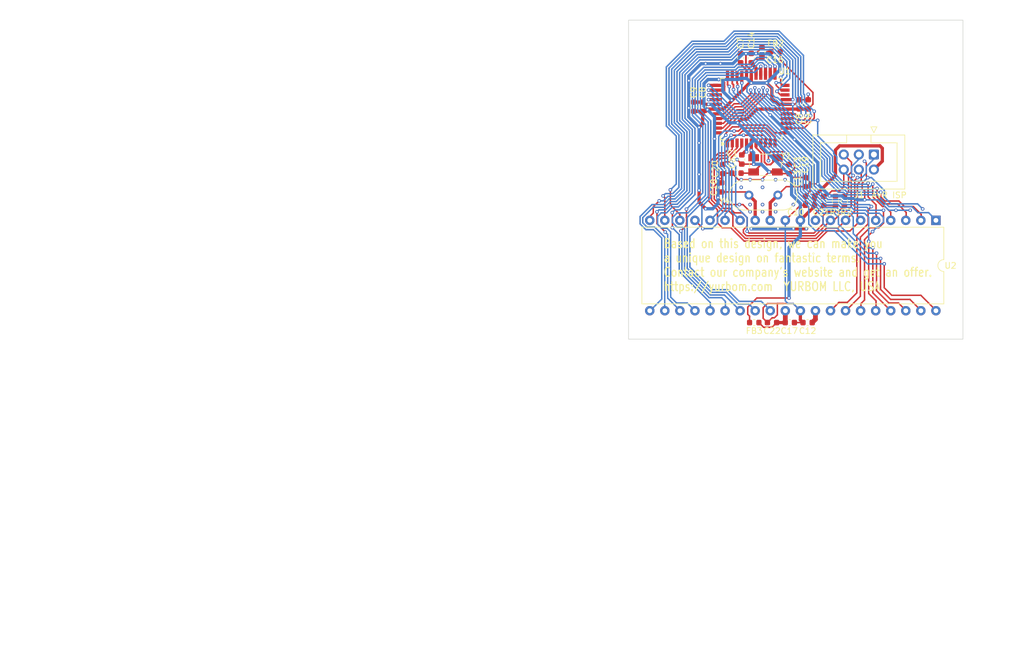
<source format=kicad_pcb>
(kicad_pcb (version 20240108) (generator "pcbnew") (generator_version "8.0")
  (title_block (title "ATMega 644 and ATMega1284 microcontroller design") (date "2025-02-01") (rev "0") (company "YURBOM LLC, More details on website - https://yurbom.com") (comment 1 "MIT Open Source License - NO ANY WARRANTY. Designed in California, USA.") (comment 2 "ATMega 644 and ATMega1284 family microcontroller design template with combined ports"))
  (layers (0 "F.Cu" signal) (31 "B.Cu" signal) (34 "B.Paste" user) (35 "F.Paste" user) (36 "B.SilkS" user "B.Silkscreen") (37 "F.SilkS" user "F.Silkscreen") (38 "B.Mask" user) (39 "F.Mask" user) (44 "Edge.Cuts" user))
  (net 0 "")
  (net 1 "GND")
  (net 2 "Net-(U1-XTAL1)")
  (net 3 "Net-(U1-XTAL2)")
  (net 4 "/avr_mcu/MCU_AREF1")
  (net 5 "/avr_mcu/MCU_AREF2")
  (net 6 "/avr_mcu/MCU_AVCC1")
  (net 7 "/avr_mcu/MCU_AVCC2")
  (net 8 "Net-(U2-XTAL1)")
  (net 9 "Net-(U2-XTAL2)")
  (net 10 "/avr_mcu/MCU_nRESET1")
  (net 11 "/avr_mcu/MCU_nRESET2")
  (net 12 "/avr_mcu/MCU_PB5")
  (net 13 "/avr_mcu/MCU_PB7")
  (net 14 "VCC_5V")
  (net 15 "/avr_mcu/MCU_PB6")
  (net 16 "/avr_mcu/MCU_nRESET")
  (net 17 "/avr_mcu/MCU_PD6")
  (net 18 "/avr_mcu/MCU_PD4")
  (net 19 "/avr_mcu/MCU_PС4")
  (net 20 "/avr_mcu/MCU_PA1")
  (net 21 "/avr_mcu/MCU_PA7")
  (net 22 "/avr_mcu/MCU_PD1")
  (net 23 "/avr_mcu/MCU_PD7")
  (net 24 "/avr_mcu/MCU_PD2")
  (net 25 "/avr_mcu/MCU_PA4")
  (net 26 "/avr_mcu/MCU_PС3")
  (net 27 "/avr_mcu/MCU_PD5")
  (net 28 "/avr_mcu/MCU_PD3")
  (net 29 "/avr_mcu/MCU_PB0")
  (net 30 "/avr_mcu/MCU_PB3")
  (net 31 "/avr_mcu/MCU_PС6")
  (net 32 "/avr_mcu/MCU_PB1")
  (net 33 "/avr_mcu/MCU_PС2")
  (net 34 "/avr_mcu/MCU_PA3")
  (net 35 "/avr_mcu/MCU_PB2")
  (net 36 "/avr_mcu/MCU_PС7")
  (net 37 "/avr_mcu/MCU_PA0")
  (net 38 "/avr_mcu/MCU_PA5")
  (net 39 "/avr_mcu/MCU_PС0")
  (net 40 "/avr_mcu/MCU_PB4")
  (net 41 "/avr_mcu/MCU_PС5")
  (net 42 "/avr_mcu/MCU_PD0")
  (net 43 "/avr_mcu/MCU_PA2")
  (net 44 "/avr_mcu/MCU_PС1")
  (net 45 "/avr_mcu/MCU_PA6")
  (footprint "Crystal:Crystal_SMD_Abracon_ABM3B-4Pin_5.0x3.2mm" (layer "F.Cu") (at 143.5 111.6 180)
    (property "Reference" "Y1")
    (property "Value" "20MHz")
  )
  (footprint "Capacitor_SMD:C_0603_1608Metric" (layer "F.Cu") (at 139.3 93.6 90)
    (property "Reference" "C7")
    (property "Value" "100nF")
  )
  (footprint "Capacitor_SMD:C_0603_1608Metric" (layer "F.Cu") (at 132.9 101.8 -90)
    (property "Reference" "C8")
    (property "Value" "100nF")
  )
  (footprint "Capacitor_SMD:C_0603_1608Metric" (layer "F.Cu") (at 144.6 138.2 180)
    (property "Reference" "C22")
    (property "Value" "4.7uF")
  )
  (footprint "Capacitor_SMD:C_0603_1608Metric" (layer "F.Cu") (at 136.3 112.3 -90)
    (property "Reference" "C20")
    (property "Value" "100nF")
  )
  (footprint "Connector_IDC:IDC-Header_2x03_P2.54mm_Vertical" (layer "F.Cu") (at 161.78 109.86 -90)
    (property "Reference" "J1")
    (property "Value" "AVR-ISP-6")
  )
  (footprint "Capacitor_SMD:C_0603_1608Metric" (layer "F.Cu") (at 151 118.4 180)
    (property "Reference" "C10")
    (property "Value" "100nF")
  )
  (footprint "Resistor_SMD:R_0603_1608Metric" (layer "F.Cu") (at 155.3 117.7 90)
    (property "Reference" "R1")
    (property "Value" "0")
  )
  (footprint "Package_DIP:DIP-40_W15.24mm" (layer "F.Cu") (at 172.24 120.96 -90)
    (property "Reference" "U2")
    (property "Value" "ATmega644-20P")
  )
  (footprint "Inductor_SMD:L_0603_1608Metric" (layer "F.Cu") (at 141.6 138.2)
    (property "Reference" "FB3")
    (property "Value" "FB100")
  )
  (footprint "Capacitor_SMD:C_0603_1608Metric" (layer "F.Cu") (at 151 116.9 180)
    (property "Reference" "C13")
    (property "Value" "4.7uF")
  )
  (footprint "Inductor_SMD:L_0603_1608Metric" (layer "F.Cu") (at 145.2 92.5 180)
    (property "Reference" "FB2")
    (property "Value" "FB100")
  )
  (footprint "Capacitor_SMD:C_0603_1608Metric" (layer "F.Cu") (at 147.6 138.2)
    (property "Reference" "C17")
    (property "Value" "100nF")
  )
  (footprint "Capacitor_SMD:C_0603_1608Metric" (layer "F.Cu") (at 147.5 112.3 90)
    (property "Reference" "C3")
    (property "Value" "20pF")
  )
  (footprint "Capacitor_SMD:C_0603_1608Metric" (layer "F.Cu") (at 138.6 113)
    (property "Reference" "C6")
    (property "Value" "20pF")
  )
  (footprint "Package_QFP:TQFP-44_10x10mm_P0.8mm" (layer "F.Cu") (at 141.1 102.2 90)
    (property "Reference" "U1")
    (property "Value" "ATmega644P-20A")
  )
  (footprint "Capacitor_SMD:C_0603_1608Metric" (layer "F.Cu") (at 136.1 115.4 -90)
    (property "Reference" "C18")
    (property "Value" "20pF")
  )
  (footprint "Capacitor_SMD:C_0603_1608Metric" (layer "F.Cu") (at 150.6 138.2 180)
    (property "Reference" "C12")
    (property "Value" "100nF")
  )
  (footprint "Capacitor_SMD:C_0603_1608Metric" (layer "F.Cu") (at 150.2 114.5 -90)
    (property "Reference" "C19")
    (property "Value" "20pF")
  )
  (footprint "Resistor_SMD:R_0603_1608Metric" (layer "F.Cu") (at 156.8 117.7 90)
    (property "Reference" "R2")
    (property "Value" "0")
  )
  (footprint "Capacitor_SMD:C_0603_1608Metric" (layer "F.Cu") (at 150.7 101.4 90)
    (property "Reference" "C9")
    (property "Value" "4.7uF")
  )
  (footprint "Capacitor_SMD:C_0603_1608Metric" (layer "F.Cu") (at 153.3 117.7 90)
    (property "Reference" "C21")
    (property "Value" "100nF")
  )
  (footprint "Capacitor_SMD:C_0603_1608Metric" (layer "F.Cu") (at 139.5 110.7 -90)
    (property "Reference" "C1")
    (property "Value" "100nF")
  )
  (footprint "Capacitor_SMD:C_0603_1608Metric" (layer "F.Cu") (at 141.1 93.6 90)
    (property "Reference" "C14")
    (property "Value" "100nF")
  )
  (footprint "Crystal:Crystal_HC49-4H_Vertical" (layer "F.Cu") (at 140.7 116.7)
    (property "Reference" "Y4")
    (property "Value" "20MHz")
  )
  (footprint "Capacitor_SMD:C_0603_1608Metric" (layer "F.Cu") (at 149.2 101.4 90)
    (property "Reference" "C8")
    (property "Value" "100nF")
  )
  (footprint "Capacitor_SMD:C_0603_1608Metric" (layer "F.Cu") (at 131.4 101.8 -90)
    (property "Reference" "C9")
    (property "Value" "4.7uF")
  )
  (footprint "Capacitor_SMD:C_0603_1608Metric" (layer "F.Cu") (at 142.9 92.6 90)
    (property "Reference" "C16")
    (property "Value" "4.7uF")
  )
  (gr_rect (start 120.4 87.2) (end 176.8 141) (stroke (width 0.1)) (fill none) (layer "Edge.Cuts"))
  (gr_text "Based on this design, we can make you\na unique design on fantastic terms.\nContact our company's website and get an offer.\nhttps://yurbom.com  YURBOM LLC, USA" (at 126.2 133 0) (layer "F.SilkS") (effects (font (size 1.5 1.2) (thickness 0.2)) (justify left bottom)))
  (gr_text "AVR ISP" (at 161.3 117.3 0) (layer "F.SilkS") (effects (font (size 1 1)) (justify left bottom)))
  (segment (start 160.225 116.025) (end 160.225 117.5) (width 0.25) (layer "F.Cu") (net 1))
  (segment (start 136.6 98.4) (end 136.6 97.7) (width 0.25) (layer "F.Cu") (net 1))
  (segment (start 144 110.9) (end 144 109.75) (width 0.25) (layer "F.Cu") (net 1))
  (segment (start 140.8 97.8) (end 136.4 102.2) (width 0.55) (layer "F.Cu") (net 1))
  (segment (start 141.115 122.36) (end 150.4 122.36) (width 0.6) (layer "F.Cu") (net 1))
  (segment (start 146.449009 135) (end 148.18 135) (width 0.25) (layer "F.Cu") (net 1))
  (segment (start 135.4875 117.1125) (end 136.675 118.3) (width 0.25) (layer "F.Cu") (net 1))
  (segment (start 148.4 112.175) (end 147.5 113.075) (width 0.25) (layer "F.Cu") (net 1))
  (segment (start 150.225 116.9) (end 150.225 118.4) (width 0.25) (layer "F.Cu") (net 1))
  (segment (start 148.425 101.4) (end 149.2 100.625) (width 0.25) (layer "F.Cu") (net 1))
  (segment (start 136.6 97.7) (end 136.2 97.3) (width 0.25) (layer "F.Cu") (net 1))
  (segment (start 139.4 114.1) (end 143 114.1) (width 0.25) (layer "F.Cu") (net 1))
  (segment (start 152.325 114.8) (end 151 114.8) (width 0.2) (layer "F.Cu") (net 1))
  (segment (start 143.7 97.8) (end 141.1 97.8) (width 0.55) (layer "F.Cu") (net 1))
  (segment (start 143.1 137.475) (end 143.1 135.7) (width 0.25) (layer "F.Cu") (net 1))
  (segment (start 145.775 113.075) (end 147.5 113.075) (width 0.25) (layer "F.Cu") (net 1))
  (segment (start 141.1 110) (end 141.5 110.4) (width 0.55) (layer "F.Cu") (net 1))
  (segment (start 136.1 113.9) (end 136.1 113.275) (width 0.25) (layer "F.Cu") (net 1))
  (segment (start 151 114.8) (end 151 116.125) (width 0.25) (layer "F.Cu") (net 1))
  (segment (start 141.1 96.5) (end 141.1 97.8) (width 0.55) (layer "F.Cu") (net 1))
  (segment (start 156.7 115.3) (end 156.7 112.4) (width 0.25) (layer "F.Cu") (net 1))
  (segment (start 133.703984 102.3) (end 133.803984 102.2) (width 0.55) (layer "F.Cu") (net 1))
  (segment (start 143 113.9) (end 144.1 112.8) (width 0.25) (layer "F.Cu") (net 1))
  (segment (start 133.803984 102.2) (end 135.4 102.2) (width 0.55) (layer "F.Cu") (net 1))
  (segment (start 135.4875 113.9) (end 136.1 113.9) (width 0.25) (layer "F.Cu") (net 1))
  (segment (start 154.3 116.835) (end 153.39 116.835) (width 0.2) (layer "F.Cu") (net 1))
  (segment (start 145.5 135) (end 146.449009 135) (width 0.25) (layer "F.Cu") (net 1))
  (segment (start 154.675998 116) (end 156 116) (width 0.25) (layer "F.Cu") (net 1))
  (segment (start 144 109.75) (end 144.35 109.4) (width 0.25) (layer "F.Cu") (net 1))
  (segment (start 135.4875 117.1125) (end 135.3 116.925) (width 0.25) (layer "F.Cu") (net 1))
  (segment (start 144.1 112.8) (end 145.5 112.8) (width 0.55) (layer "F.Cu") (net 1))
  (segment (start 143.8 135) (end 146.449009 135) (width 0.25) (layer "F.Cu") (net 1))
  (segment (start 135.3 115.425) (end 136.1 114.625) (width 0.25) (layer "F.Cu") (net 1))
  (segment (start 132.3 117.9) (end 133.4 119) (width 0.55) (layer "F.Cu") (net 1))
  (segment (start 148.4 111.1) (end 148.4 112.175) (width 0.25) (layer "F.Cu") (net 1))
  (segment (start 131.4 102.575) (end 132.9 102.575) (width 0.55) (layer "F.Cu") (net 1))
  (segment (start 144.625 137.4) (end 145 137.4) (width 0.25) (layer "F.Cu") (net 1))
  (segment (start 136.675 118.3) (end 139.1 118.3) (width 0.25) (layer "F.Cu") (net 1))
  (segment (start 154.3 116.375998) (end 154.675998 116) (width 0.25) (layer "F.Cu") (net 1))
  (segment (start 132.9 102.575) (end 133.428984 102.575) (width 0.55) (layer "F.Cu") (net 1))
  (segment (start 140.2 92.85) (end 141.875 92.85) (width 0.25) (layer "F.Cu") (net 1))
  (segment (start 140.2 92.85) (end 139.375 92.85) (width 0.25) (layer "F.Cu") (net 1))
  (segment (start 136.6 99.5) (end 136.6 98.4) (width 0.25) (layer "F.Cu") (net 1))
  (segment (start 137.8 100.7) (end 136.6 99.5) (width 0.25) (layer "F.Cu") (net 1))
  (segment (start 136.1 113.275) (end 136.3 113.075) (width 0.25) (layer "F.Cu") (net 1))
  (segment (start 141.1 107.9) (end 141.1 110) (width 0.55) (layer "F.Cu") (net 1))
  (segment (start 160.75 113.75) (end 160.5 113.5) (width 0.25) (layer "F.Cu") (net 1))
  (segment (start 139.475 111.475) (end 138.7 110.7) (width 0.25) (layer "F.Cu") (net 1))
  (segment (start 141.1 122.375) (end 141.115 122.36) (width 0.6) (layer "F.Cu") (net 1))
  (segment (start 146.7 109.4) (end 148.4 111.1) (width 0.25) (layer "F.Cu") (net 1))
  (segment (start 136.375 113) (end 137.825 113) (width 0.25) (layer "F.Cu") (net 1))
  (segment (start 136.3 113.075) (end 136.375 113) (width 0.25) (layer "F.Cu") (net 1))
  (segment (start 140.2 94.8) (end 141.1 95.7) (width 0.3) (layer "F.Cu") (net 1))
  (segment (start 140.2 92.85) (end 140.2 94.8) (width 0.3) (layer "F.Cu") (net 1))
  (segment (start 143.825 138.2) (end 144.625 137.4) (width 0.25) (layer "F.Cu") (net 1))
  (segment (start 160.5 111.3) (end 160.2 111) (width 0.25) (layer "F.Cu") (net 1))
  (segment (start 153.39 116.835) (end 153.3 116.925) (width 0.2) (layer "F.Cu") (net 1))
  (segment (start 141.5 111.499998) (end 141.5 110.4) (width 0.55) (layer "F.Cu") (net 1))
  (segment (start 151 114.525) (end 151 114.8) (width 0.25) (layer "F.Cu") (net 1))
  (segment (start 146.84 120.96) (end 149.4 118.4) (width 0.25) (layer "F.Cu") (net 1))
  (segment (start 144.575 98.675) (end 144.575 100.375) (width 0.55) (layer "F.Cu") (net 1))
  (segment (start 145.5 112.8) (end 145.775 113.075) (width 0.25) (layer "F.Cu") (net 1))
  (segment (start 136.1 114.625) (end 136.1 113.9) (width 0.25) (layer "F.Cu") (net 1))
  (segment (start 139.375 92.85) (end 139.3 92.925) (width 0.25) (layer "F.Cu") (net 1))
  (segment (start 141.875 92.85) (end 141.9 92.825) (width 0.25) (layer "F.Cu") (net 1))
  (segment (start 139.1 118.3) (end 139.7 118.3) (width 0.25) (layer "F.Cu") (net 1))
  (segment (start 143 114.1) (end 143 113.9) (width 0.25) (layer "F.Cu") (net 1))
  (segment (start 143.7 97.8) (end 144.575 98.675) (width 0.55) (layer "F.Cu") (net 1))
  (segment (start 147.5 113.075) (end 148.15 113.725) (width 0.25) (layer "F.Cu") (net 1))
  (segment (start 160.5 113.5) (end 160.5 111.3) (width 0.25) (layer "F.Cu") (net 1))
  (segment (start 156 116) (end 156.7 115.3) (width 0.25) (layer "F.Cu") (net 1))
  (segment (start 139.7 118.3) (end 140.9 119.5) (width 0.25) (layer "F.Cu") (net 1))
  (segment (start 132.9 104.683884) (end 132.9 102.575) (width 0.55) (layer "F.Cu") (net 1))
  (segment (start 145.6 101.4) (end 146.8 101.4) (width 0.55) (layer "F.Cu") (net 1))
  (segment (start 159.8 114.7) (end 159.8 115.6) (width 0.25) (layer "F.Cu") (net 1))
  (segment (start 150.7 100.625) (end 150.7 99.7) (width 0.25) (layer "F.Cu") (net 1))
  (segment (start 141.1 95.7) (end 141.1 96.5) (width 0.3) (layer "F.Cu") (net 1))
  (segment (start 149.38 136.2) (end 149.38 137.755) (width 0.55) (layer "F.Cu") (net 1))
  (segment (start 148.375 138.2) (end 149.825 138.2) (width 0.25) (layer "F.Cu") (net 1))
  (segment (start 132.3 115.87972) (end 132.3 117.9) (width 0.55) (layer "F.Cu") (net 1))
  (segment (start 145 137.4) (end 145.5 136.9) (width 0.25) (layer "F.Cu") (net 1))
  (segment (start 149.4 118.4) (end 150.225 118.4) (width 0.25) (layer "F.Cu") (net 1))
  (segment (start 151 116.125) (end 150.225 116.9) (width 0.25) (layer "F.Cu") (net 1))
  (segment (start 145.5 136.9) (end 145.5 135) (width 0.25) (layer "F.Cu") (net 1))
  (segment (start 142.9 91.825) (end 141.9 92.825) (width 0.25) (layer "F.Cu") (net 1))
  (segment (start 159.8 115.6) (end 160.225 116.025) (width 0.25) (layer "F.Cu") (net 1))
  (segment (start 154.3 116.835) (end 154.3 116.375998) (width 0.25) (layer "F.Cu") (net 1))
  (segment (start 138.925 114.1) (end 137.825 113) (width 0.25) (layer "F.Cu") (net 1))
  (segment (start 144.35 109.4) (end 146.7 109.4) (width 0.25) (layer "F.Cu") (net 1))
  (segment (start 136.1 97.2) (end 135.6 97.2) (width 0.25) (layer "F.Cu") (net 1))
  (segment (start 139.4 114.1) (end 138.925 114.1) (width 0.25) (layer "F.Cu") (net 1))
  (segment (start 148.18 135) (end 149.38 136.2) (width 0.25) (layer "F.Cu") (net 1))
  (segment (start 149.2 100.625) (end 150.7 100.625) (width 0.25) (layer "F.Cu") (net 1))
  (segment (start 143.1 135.7) (end 143.8 135) (width 0.25) (layer "F.Cu") (net 1))
  (segment (start 141.1 97.8) (end 140.8 97.8) (width 0.55) (layer "F.Cu") (net 1))
  (segment (start 135.3 116.925) (end 135.3 115.425) (width 0.25) (layer "F.Cu") (net 1))
  (segment (start 148.1 101.4) (end 148.425 101.4) (width 0.25) (layer "F.Cu") (net 1))
  (segment (start 148.15 113.725) (end 150.2 113.725) (width 0.25) (layer "F.Cu") (net 1))
  (segment (start 136.4 102.2) (end 135.4 102.2) (width 0.55) (layer "F.Cu") (net 1))
  (segment (start 160.75 113.75) (end 159.8 114.7) (width 0.25) (layer "F.Cu") (net 1))
  (segment (start 149.38 137.755) (end 149.825 138.2) (width 0.55) (layer "F.Cu") (net 1))
  (segment (start 136.2 97.3) (end 136.1 97.2) (width 0.25) (layer "F.Cu") (net 1))
  (segment (start 132.3 105.283884) (end 132.9 104.683884) (width 0.55) (layer "F.Cu") (net 1))
  (segment (start 141.5 111.499998) (end 141.475002 111.475) (width 0.25) (layer "F.Cu") (net 1))
  (segment (start 141.475002 111.475) (end 139.475 111.475) (width 0.25) (layer "F.Cu") (net 1))
  (segment (start 146.8 101.4) (end 148.1 101.4) (width 0.55) (layer "F.Cu") (net 1))
  (segment (start 133.428984 102.575) (end 133.703984 102.3) (width 0.55) (layer "F.Cu") (net 1))
  (segment (start 143.825 138.2) (end 143.1 137.475) (width 0.25) (layer "F.Cu") (net 1))
  (segment (start 144.575 100.375) (end 145.6 101.4) (width 0.55) (layer "F.Cu") (net 1))
  (segment (start 150.2 113.725) (end 151 114.525) (width 0.25) (layer "F.Cu") (net 1))
  (via (at 135.9 94.525) (size 0.6) (drill 0.3) (layers "F.Cu" "B.Cu") (net 1))
  (via (at 133.4 119) (size 0.6) (drill 0.3) (layers "F.Cu" "B.Cu") (net 1))
  (via (at 145.6 122.36) (size 0.6) (drill 0.3) (layers "F.Cu" "B.Cu") (net 1))
  (via (at 141.1 97.8) (size 0.6) (drill 0.3) (layers "F.Cu" "B.Cu") (net 1))
  (via (at 167.9 119.26) (size 0.6) (drill 0.3) (layers "F.Cu" "B.Cu") (net 1))
  (via (at 144 110.9) (size 0.6) (drill 0.3) (layers "F.Cu" "B.Cu") (net 1))
  (via (at 132.3 107.9) (size 0.6) (drill 0.3) (layers "F.Cu" "B.Cu") (net 1))
  (via (at 133.4 94.525) (size 0.6) (drill 0.3) (layers "F.Cu" "B.Cu") (net 1))
  (via (at 132.3 115.87972) (size 0.6) (drill 0.3) (layers "F.Cu" "B.Cu") (net 1))
  (via (at 152.325 114.8) (size 0.6) (drill 0.3) (layers "F.Cu" "B.Cu") (net 1))
  (via (at 143 118.3) (size 0.6) (drill 0.3) (layers "F.Cu" "B.Cu") (net 1))
  (via (at 144.3 103.2) (size 0.6) (drill 0.3) (layers "F.Cu" "B.Cu") (net 1))
  (via (at 139.4 115.4) (size 0.6) (drill 0.3) (layers "F.Cu" "B.Cu") (net 1))
  (via (at 150.4 122.36) (size 0.6) (drill 0.3) (layers "F.Cu" "B.Cu") (net 1))
  (via (at 154.3 116.835) (size 0.6) (drill 0.3) (layers "F.Cu" "B.Cu") (net 1))
  (via (at 141.9 92.825) (size 0.6) (drill 0.3) (layers "F.Cu" "B.Cu") (net 1))
  (via (at 152.3 104.1) (size 0.6) (drill 0.3) (layers "F.Cu" "B.Cu") (net 1))
  (via (at 170 119.035) (size 0.6) (drill 0.3) (layers "F.Cu" "B.Cu") (net 1))
  (via (at 134.9 107.2) (size 0.6) (drill 0.3) (layers "F.Cu" "B.Cu") (net 1))
  (via (at 143.7 97.8) (size 0.6) (drill 0.3) (layers "F.Cu" "B.Cu") (net 1))
  (via (at 160.225 117.5) (size 0.6) (drill 0.3) (layers "F.Cu" "B.Cu") (net 1))
  (via (at 139.4 114.1) (size 0.6) (drill 0.3) (layers "F.Cu" "B.Cu") (net 1))
  (via (at 140.9 119.5) (size 0.6) (drill 0.3) (layers "F.Cu" "B.Cu") (net 1))
  (via (at 145.2 119.5) (size 0.6) (drill 0.3) (layers "F.Cu" "B.Cu") (net 1))
  (via (at 135.4875 113.9) (size 0.6) (drill 0.3) (layers "F.Cu" "B.Cu") (net 1))
  (via (at 148.4 107.3) (size 0.6) (drill 0.3) (layers "F.Cu" "B.Cu") (net 1))
  (via (at 148.2 122.36) (size 0.6) (drill 0.3) (layers "F.Cu" "B.Cu") (net 1))
  (via (at 138.7 110.7) (size 0.6) (drill 0.3) (layers "F.Cu" "B.Cu") (net 1))
  (via (at 137.8 100.7) (size 0.6) (drill 0.3) (layers "F.Cu" "B.Cu") (net 1))
  (via (at 130.55 102) (size 0.6) (drill 0.3) (layers "F.Cu" "B.Cu") (net 1))
  (via (at 143 114.1) (size 0.6) (drill 0.3) (layers "F.Cu" "B.Cu") (net 1))
  (via (at 135.4875 117.1125) (size 0.6) (drill 0.3) (layers "F.Cu" "B.Cu") (net 1))
  (via (at 148.2 118.3) (size 0.6) (drill 0.3) (layers "F.Cu" "B.Cu") (net 1))
  (via (at 130.55 97.4) (size 0.6) (drill 0.3) (layers "F.Cu" "B.Cu") (net 1))
  (via (at 132.3 113.2) (size 0.6) (drill 0.3) (layers "F.Cu" "B.Cu") (net 1))
  (via (at 135.6 97.2) (size 0.6) (drill 0.3) (layers "F.Cu" "B.Cu") (net 1))
  (via (at 160.75 113.75) (size 0.6) (drill 0.3) (layers "F.Cu" "B.Cu") (net 1))
  (via (at 150.7 99.7) (size 0.6) (drill 0.3) (layers "F.Cu" "B.Cu") (net 1))
  (via (at 165.5 119.26) (size 0.6) (drill 0.3) (layers "F.Cu" "B.Cu") (net 1))
  (via (at 141.5 111.499998) (size 0.6) (drill 0.3) (layers "F.Cu" "B.Cu") (net 1))
  (via (at 140.9 118.3) (size 0.6) (drill 0.3) (layers "F.Cu" "B.Cu") (net 1))
  (via (at 143 115.4) (size 0.6) (drill 0.3) (layers "F.Cu" "B.Cu") (net 1))
  (via (at 133.703984 102.3) (size 0.6) (drill 0.3) (layers "F.Cu" "B.Cu") (net 1))
  (via (at 140.9 114.1) (size 0.6) (drill 0.3) (layers "F.Cu" "B.Cu") (net 1))
  (via (at 132.3 105.283884) (size 0.6) (drill 0.3) (layers "F.Cu" "B.Cu") (net 1))
  (via (at 139.1 118.3) (size 0.6) (drill 0.3) (layers "F.Cu" "B.Cu") (net 1))
  (via (at 141.1 109.15) (size 0.6) (drill 0.3) (layers "F.Cu" "B.Cu") (net 1))
  (via (at 140.2 92.85) (size 0.6) (drill 0.3) (layers "F.Cu" "B.Cu") (net 1))
  (via (at 145.2 118.3) (size 0.6) (drill 0.3) (layers "F.Cu" "B.Cu") (net 1))
  (via (at 145.2 114.1) (size 0.6) (drill 0.3) (layers "F.Cu" "B.Cu") (net 1))
  (via (at 148.1 101.4) (size 0.6) (drill 0.3) (layers "F.Cu" "B.Cu") (net 1))
  (via (at 160.2 111) (size 0.6) (drill 0.3) (layers "F.Cu" "B.Cu") (net 1))
  (via (at 141.1 122.375) (size 0.6) (drill 0.3) (layers "F.Cu" "B.Cu") (net 1))
  (via (at 146.8 114.1) (size 0.6) (drill 0.3) (layers "F.Cu" "B.Cu") (net 1))
  (via (at 144.1 112.8) (size 0.6) (drill 0.3) (layers "F.Cu" "B.Cu") (net 1))
  (via (at 143 119.5) (size 0.6) (drill 0.3) (layers "F.Cu" "B.Cu") (net 1))
  (segment (start 148.18 135) (end 149.38 136.2) (width 0.25) (layer "B.Cu") (net 1))
  (segment (start 150 104.1) (end 152.3 104.1) (width 0.25) (layer "B.Cu") (net 1))
  (segment (start 141.1 122.375) (end 141.085 122.36) (width 0.6) (layer "B.Cu") (net 1))
  (segment (start 144.071016 92.875) (end 145.9 94.703984) (width 0.55) (layer "B.Cu") (net 1))
  (segment (start 141.1 97.8) (end 140.375 98.525) (width 0.25) (layer "B.Cu") (net 1))
  (segment (start 140.2 92.85) (end 143.701871 92.85) (width 0.55) (layer "B.Cu") (net 1))
  (segment (start 135.4875 118.1125) (end 134.6 119) (width 0.55) (layer "B.Cu") (net 1))
  (segment (start 136.3 99.2) (end 136.3 97.2) (width 0.55) (layer "B.Cu") (net 1))
  (segment (start 162.523884 117.5) (end 164.283884 119.26) (width 0.25) (layer "B.Cu") (net 1))
  (segment (start 132.3 105.283884) (end 132.3 107.9) (width 0.55) (layer "B.Cu") (net 1))
  (segment (start 160.1291 114.3709) (end 158.387016 114.3709) (width 0.25) (layer "B.Cu") (net 1))
  (segment (start 158.748528 117.26) (end 156.82132 117.26) (width 0.55) (layer "B.Cu") (net 1))
  (segment (start 134.6 119) (end 133.4 119) (width 0.55) (layer "B.Cu") (net 1))
  (segment (start 140.375 98.525) (end 140.375 99.275) (width 0.25) (layer "B.Cu") (net 1))
  (segment (start 145.9 95.6) (end 143.7 97.8) (width 0.55) (layer "B.Cu") (net 1))
  (segment (start 139.692284 92.85) (end 137.992284 94.55) (width 0.55) (layer "B.Cu") (net 1))
  (segment (start 160.225 117.5) (end 158.988528 117.5) (width 0.55) (layer "B.Cu") (net 1))
  (segment (start 141.1 122.375) (end 141.115 122.36) (width 0.6) (layer "B.Cu") (net 1))
  (segment (start 156.82132 117.26) (end 156.39632 116.835) (width 0.55) (layer "B.Cu") (net 1))
  (segment (start 155 109.71802) (end 155.525 110.24302) (width 0.25) (layer "B.Cu") (net 1))
  (segment (start 144.6 99.681624) (end 145.168376 100.25) (width 0.25) (layer "B.Cu") (net 1))
  (segment (start 158.988528 117.5) (end 158.748528 117.26) (width 0.55) (layer "B.Cu") (net 1))
  (segment (start 140.2 92.85) (end 139.692284 92.85) (width 0.55) (layer "B.Cu") (net 1))
  (segment (start 160.225 117.5) (end 162.523884 117.5) (width 0.25) (layer "B.Cu") (net 1))
  (segment (start 170 119.035) (end 169.15 118.185) (width 0.25) (layer "B.Cu") (net 1))
  (segment (start 148.1 102.8) (end 149.4 104.1) (width 0.25) (layer "B.Cu") (net 1))
  (segment (start 152.3 104.1) (end 152.3 106.7) (width 0.25) (layer "B.Cu") (net 1))
  (segment (start 155 109.4) (end 155 109.71802) (width 0.25) (layer "B.Cu") (net 1))
  (segment (start 137.992284 94.55) (end 132.623134 94.55) (width 0.55) (layer "B.Cu") (net 1))
  (segment (start 141.5 109.55) (end 141.1 109.15) (width 0.55) (layer "B.Cu") (net 1))
  (segment (start 132.623134 94.55) (end 130.55 96.623134) (width 0.55) (layer "B.Cu") (net 1))
  (segment (start 149.4 104.1) (end 150 104.1) (width 0.25) (layer "B.Cu") (net 1))
  (segment (start 148.4 107.3) (end 144.3 103.2) (width 0.55) (layer "B.Cu") (net 1))
  (segment (start 132.3 107.9) (end 132.3 113.2) (width 0.55) (layer "B.Cu") (net 1))
  (segment (start 140.375 99.275) (end 144.3 103.2) (width 0.25) (layer "B.Cu") (net 1))
  (segment (start 137.8 100.7) (end 136.3 99.2) (width 0.55) (layer "B.Cu") (net 1))
  (segment (start 155.525 111.225) (end 156.7 112.4) (width 0.25) (layer "B.Cu") (net 1))
  (segment (start 139.003984 97.2) (end 139.178984 97.025) (width 0.55) (layer "B.Cu") (net 1))
  (segment (start 141.115 122.36) (end 148.2 122.36) (width 0.6) (layer "B.Cu") (net 1))
  (segment (start 134.9 103.496016) (end 133.703984 102.3) (width 0.55) (layer "B.Cu") (net 1))
  (segment (start 141.5 111.499998) (end 142.799998 111.499998) (width 0.55) (layer "B.Cu") (net 1))
  (segment (start 135.4875 117.1125) (end 135.4875 118.1125) (width 0.55) (layer "B.Cu") (net 1))
  (segment (start 141.5 111.499998) (end 141.5 109.55) (width 0.55) (layer "B.Cu") (net 1))
  (segment (start 145.168376 100.25) (end 145.53198 100.25) (width 0.25) (layer "B.Cu") (net 1))
  (segment (start 135.6 97.2) (end 139.003984 97.2) (width 0.55) (layer "B.Cu") (net 1))
  (segment (start 139.178984 97.025) (end 140.325 97.025) (width 0.55) (layer "B.Cu") (net 1))
  (segment (start 142.799998 111.499998) (end 144.1 112.8) (width 0.55) (layer "B.Cu") (net 1))
  (segment (start 148.1 101.4) (end 148.1 102.8) (width 0.25) (layer "B.Cu") (net 1))
  (segment (start 155.525 110.24302) (end 155.525 111.225) (width 0.25) (layer "B.Cu") (net 1))
  (segment (start 164.685 118.185) (end 163.561942 117.061942) (width 0.25) (layer "B.Cu") (net 1))
  (segment (start 154.3 116.835) (end 152.325 114.86) (width 0.55) (layer "B.Cu") (net 1))
  (segment (start 145.9 94.703984) (end 145.9 95.6) (width 0.55) (layer "B.Cu") (net 1))
  (segment (start 152.3 106.7) (end 155 109.4) (width 0.25) (layer "B.Cu") (net 1))
  (segment (start 135.4875 117.1125) (end 135.4875 112.545216) (width 0.55) (layer "B.Cu") (net 1))
  (segment (start 146.68198 101.4) (end 148.1 101.4) (width 0.25) (layer "B.Cu") (net 1))
  (segment (start 132.3 115.87972) (end 132.3 113.2) (width 0.55) (layer "B.Cu") (net 1))
  (segment (start 143.7 97.8) (end 144.6 98.7) (width 0.25) (layer "B.Cu") (net 1))
  (segment (start 133.125 97.878984) (end 133.803984 97.2) (width 0.55) (layer "B.Cu") (net 1))
  (segment (start 140.325 97.025) (end 141.1 97.8) (width 0.55) (layer "B.Cu") (net 1))
  (segment (start 135.4875 112.545216) (end 134.9 111.957716) (width 0.55) (layer "B.Cu") (net 1))
  (segment (start 133.803984 97.2) (end 135.6 97.2) (width 0.55) (layer "B.Cu") (net 1))
  (segment (start 144.6 98.7) (end 144.6 99.681624) (width 0.25) (layer "B.Cu") (net 1))
  (segment (start 130.55 96.623134) (end 130.55 103.533884) (width 0.55) (layer "B.Cu") (net 1))
  (segment (start 134.9 111.957716) (end 134.9 103.496016) (width 0.55) (layer "B.Cu") (net 1))
  (segment (start 145.53198 100.25) (end 146.68198 101.4) (width 0.25) (layer "B.Cu") (net 1))
  (segment (start 163.561942 117.061942) (end 163.561942 115.937478) (width 0.25) (layer "B.Cu") (net 1))
  (segment (start 165.5 119.26) (end 167.9 119.26) (width 0.25) (layer "B.Cu") (net 1))
  (segment (start 133.125 101.721016) (end 133.125 97.878984) (width 0.55) (layer "B.Cu") (net 1))
  (segment (start 146.84 120.96) (end 146.84 134.54) (width 0.25) (layer "B.Cu") (net 1))
  (segment (start 147.3 135) (end 148.18 135) (width 0.25) (layer "B.Cu") (net 1))
  (segment (start 130.55 103.533884) (end 132.3 105.283884) (width 0.55) (layer "B.Cu") (net 1))
  (segment (start 163.561942 115.937478) (end 161.374464 113.75) (width 0.25) (layer "B.Cu") (net 1))
  (segment (start 156.39632 116.835) (end 154.3 116.835) (width 0.55) (layer "B.Cu") (net 1))
  (segment (start 169.15 118.185) (end 164.685 118.185) (width 0.25) (layer "B.Cu") (net 1))
  (segment (start 164.283884 119.26) (end 165.5 119.26) (width 0.25) (layer "B.Cu") (net 1))
  (segment (start 156.7 112.683884) (end 156.7 112.4) (width 0.25) (layer "B.Cu") (net 1))
  (segment (start 152.325 111.225) (end 148.4 107.3) (width 0.55) (layer "B.Cu") (net 1))
  (segment (start 146.84 134.54) (end 147.3 135) (width 0.25) (layer "B.Cu") (net 1))
  (segment (start 143.7 97.8) (end 141.1 97.8) (width 0.55) (layer "B.Cu") (net 1))
  (segment (start 160.75 113.75) (end 160.1291 114.3709) (width 0.25) (layer "B.Cu") (net 1))
  (segment (start 143.701871 92.85) (end 143.726871 92.875) (width 0.55) (layer "B.Cu") (net 1))
  (segment (start 152.325 114.86) (end 152.325 111.225) (width 0.55) (layer "B.Cu") (net 1))
  (segment (start 161.374464 113.75) (end 160.75 113.75) (width 0.25) (layer "B.Cu") (net 1))
  (segment (start 143.726871 92.875) (end 144.071016 92.875) (width 0.55) (layer "B.Cu") (net 1))
  (segment (start 133.703984 102.3) (end 133.125 101.721016) (width 0.55) (layer "B.Cu") (net 1))
  (segment (start 158.387016 114.3709) (end 156.7 112.683884) (width 0.25) (layer "B.Cu") (net 1))
  (segment (start 143.325 111.144239) (end 143.730761 111.55) (width 0.3) (layer "F.Cu") (net 2))
  (segment (start 144.35 111.55) (end 145.5 110.4) (width 0.3) (layer "F.Cu") (net 2))
  (segment (start 146.625 111.525) (end 145.5 110.4) (width 0.25) (layer "F.Cu") (net 2))
  (segment (start 143.730761 111.55) (end 144.35 111.55) (width 0.3) (layer "F.Cu") (net 2))
  (segment (start 142.7 107.9) (end 142.7 108.799999) (width 0.3) (layer "F.Cu") (net 2))
  (segment (start 143.325 109.424999) (end 143.325 111.144239) (width 0.3) (layer "F.Cu") (net 2))
  (segment (start 142.7 108.799999) (end 143.325 109.424999) (width 0.3) (layer "F.Cu") (net 2))
  (segment (start 147.5 111.525) (end 146.625 111.525) (width 0.25) (layer "F.Cu") (net 2))
  (segment (start 139.375 113) (end 141.3 113) (width 0.25) (layer "F.Cu") (net 3))
  (segment (start 141.9 108.707106) (end 142.825 109.632106) (width 0.3) (layer "F.Cu") (net 3))
  (segment (start 141.3 113) (end 141.5 112.8) (width 0.25) (layer "F.Cu") (net 3))
  (segment (start 142.825 111.475) (end 141.5 112.8) (width 0.3) (layer "F.Cu") (net 3))
  (segment (start 142.825 109.632106) (end 142.825 111.475) (width 0.3) (layer "F.Cu") (net 3))
  (segment (start 141.9 107.9) (end 141.9 108.707106) (width 0.3) (layer "F.Cu") (net 3))
  (segment (start 139.3 94.607106) (end 139.3 94.475) (width 0.3) (layer "F.Cu") (net 4))
  (segment (start 140.3 95.607106) (end 139.3 94.607106) (width 0.3) (layer "F.Cu") (net 4))
  (segment (start 140.3 96.5) (end 140.3 95.607106) (width 0.3) (layer "F.Cu") (net 4))
  (segment (start 151.92 136.2) (end 151.92 137.655) (width 0.8) (layer "F.Cu") (net 5))
  (segment (start 151.92 137.655) (end 151.375 138.2) (width 0.8) (layer "F.Cu") (net 5))
  (segment (start 141.1 94.475) (end 141.775 93.8) (width 0.25) (layer "F.Cu") (net 6))
  (segment (start 142.9 93.375) (end 143.775 92.5) (width 0.25) (layer "F.Cu") (net 6))
  (segment (start 141.775 93.8) (end 142.475 93.8) (width 0.25) (layer "F.Cu") (net 6))
  (segment (start 141.9 96.5) (end 141.9 95.275) (width 0.55) (layer "F.Cu") (net 6))
  (segment (start 141.9 95.275) (end 141.1 94.475) (width 0.55) (layer "F.Cu") (net 6))
  (segment (start 142.475 93.8) (end 142.9 93.375) (width 0.25) (layer "F.Cu") (net 6))
  (segment (start 143.775 92.5) (end 144.4125 92.5) (width 0.25) (layer "F.Cu") (net 6))
  (segment (start 143.1875 139) (end 144.575 139) (width 0.25) (layer "F.Cu") (net 7))
  (segment (start 142.3875 138.2) (end 143.1875 139) (width 0.25) (layer "F.Cu") (net 7))
  (segment (start 146.84 136.2) (end 146.84 138.185) (width 0.8) (layer "F.Cu") (net 7))
  (segment (start 144.575 139) (end 145.375 138.2) (width 0.25) (layer "F.Cu") (net 7))
  (segment (start 145.375 138.2) (end 146.825 138.2) (width 0.55) (layer "F.Cu") (net 7))
  (segment (start 146.84 138.185) (end 146.825 138.2) (width 0.25) (layer "F.Cu") (net 7))
  (segment (start 141.76 120.96) (end 141.76 117.76) (width 0.55) (layer "F.Cu") (net 8))
  (segment (start 140.175 116.175) (end 140.7 116.7) (width 0.25) (layer "F.Cu") (net 8))
  (segment (start 141.76 117.76) (end 140.7 116.7) (width 0.55) (layer "F.Cu") (net 8))
  (segment (start 136.1 116.175) (end 140.175 116.175) (width 0.25) (layer "F.Cu") (net 8))
  (segment (start 144.3 117.98) (end 145.58 116.7) (width 0.55) (layer "F.Cu") (net 9))
  (segment (start 150.2 115.275) (end 147.005 115.275) (width 0.25) (layer "F.Cu") (net 9))
  (segment (start 147.005 115.275) (end 145.58 116.7) (width 0.25) (layer "F.Cu") (net 9))
  (segment (start 144.3 120.96) (end 144.3 117.98) (width 0.55) (layer "F.Cu") (net 9))
  (segment (start 139.5 108.6) (end 139.5 107.9) (width 0.25) (layer "F.Cu") (net 10))
  (segment (start 151.673604 123.11) (end 153.2 121.583604) (width 0.25) (layer "F.Cu") (net 10))
  (segment (start 153.2 120.15) (end 153.85 119.5) (width 0.25) (layer "F.Cu") (net 10))
  (segment (start 137.725 111.1) (end 137.725 110.375) (width 0.25) (layer "F.Cu") (net 10))
  (segment (start 140.4 122.8) (end 140.71 123.11) (width 0.25) (layer "F.Cu") (net 10))
  (segment (start 153.2 121.583604) (end 153.2 120.15) (width 0.25) (layer "F.Cu") (net 10))
  (segment (start 155.825 119.5) (end 156.8 118.525) (width 0.25) (layer "F.Cu") (net 10))
  (segment (start 140.71 123.11) (end 151.673604 123.11) (width 0.25) (layer "F.Cu") (net 10))
  (segment (start 137.725 111.1) (end 136.725 111.1) (width 0.25) (layer "F.Cu") (net 10))
  (segment (start 153.85 119.5) (end 155.825 119.5) (width 0.25) (layer "F.Cu") (net 10))
  (segment (start 136.725 111.1) (end 136.3 111.525) (width 0.25) (layer "F.Cu") (net 10))
  (segment (start 137.725 110.375) (end 139.5 108.6) (width 0.25) (layer "F.Cu") (net 10))
  (via (at 140.4 122.8) (size 0.6) (drill 0.3) (layers "F.Cu" "B.Cu") (net 10))
  (via (at 137.725 111.1) (size 0.6) (drill 0.3) (layers "F.Cu" "B.Cu") (net 10))
  (segment (start 138.475 118.575) (end 138.475 111.85) (width 0.25) (layer "B.Cu") (net 10))
  (segment (start 140.4 122.8) (end 140.4 120.5) (width 0.25) (layer "B.Cu") (net 10))
  (segment (start 138.475 111.85) (end 137.725 111.1) (width 0.25) (layer "B.Cu") (net 10))
  (segment (start 140.4 120.5) (end 138.475 118.575) (width 0.25) (layer "B.Cu") (net 10))
  (segment (start 151.92 120.96) (end 151.92 119.855) (width 0.25) (layer "F.Cu") (net 11))
  (segment (start 155.25 118.475) (end 155.3 118.525) (width 0.25) (layer "F.Cu") (net 11))
  (segment (start 153.3 118.475) (end 155.25 118.475) (width 0.25) (layer "F.Cu") (net 11))
  (segment (start 151.92 119.855) (end 153.3 118.475) (width 0.25) (layer "F.Cu") (net 11))
  (segment (start 136.2 122.2) (end 137.643324 122.2) (width 0.25) (layer "F.Cu") (net 12))
  (segment (start 159.646358 112.806358) (end 159.24 112.4) (width 0.25) (layer "F.Cu") (net 12))
  (segment (start 159 114.863604) (end 159.646358 114.217246) (width 0.25) (layer "F.Cu") (net 12))
  (segment (start 137.643324 122.2) (end 139.903324 124.46) (width 0.25) (layer "F.Cu") (net 12))
  (segment (start 133.95 111.25) (end 133.95 117.731676) (width 0.25) (layer "F.Cu") (net 12))
  (segment (start 159.54 120.96) (end 159 120.42) (width 0.25) (layer "F.Cu") (net 12))
  (segment (start 159.646358 114.217246) (end 159.646358 112.806358) (width 0.25) (layer "F.Cu") (net 12))
  (segment (start 159 120.42) (end 159 114.863604) (width 0.25) (layer "F.Cu") (net 12))
  (segment (start 152.232792 124.46) (end 153.932792 122.76) (width 0.25) (layer "F.Cu") (net 12))
  (segment (start 135.6 109.6) (end 133.95 111.25) (width 0.25) (layer "F.Cu") (net 12))
  (segment (start 137.1 107.9) (end 137.1 109.090812) (width 0.25) (layer "F.Cu") (net 12))
  (segment (start 137.1 109.090812) (end 136.590812 109.6) (width 0.25) (layer "F.Cu") (net 12))
  (segment (start 153.932792 122.76) (end 157.74 122.76) (width 0.25) (layer "F.Cu") (net 12))
  (segment (start 136.590812 109.6) (end 135.6 109.6) (width 0.25) (layer "F.Cu") (net 12))
  (segment (start 157.74 122.76) (end 159.54 120.96) (width 0.25) (layer "F.Cu") (net 12))
  (segment (start 139.903324 124.46) (end 152.232792 124.46) (width 0.25) (layer "F.Cu") (net 12))
  (segment (start 133.95 117.731676) (end 135.4 119.181676) (width 0.25) (layer "F.Cu") (net 12))
  (segment (start 135.4 119.181676) (end 135.4 121.4) (width 0.25) (layer "F.Cu") (net 12))
  (segment (start 135.4 121.4) (end 136.2 122.2) (width 0.25) (layer "F.Cu") (net 12))
  (segment (start 157.2 119.4) (end 156.584504 119.4) (width 0.25) (layer "F.Cu") (net 13))
  (segment (start 138.7 107.9) (end 138.7 108.763604) (width 0.25) (layer "F.Cu") (net 13))
  (segment (start 136.441116 118.95) (end 137.536396 118.95) (width 0.25) (layer "F.Cu") (net 13))
  (segment (start 158.3 113.4) (end 157.95 113.75) (width 0.25) (layer "F.Cu") (net 13))
  (segment (start 134.85 111.622792) (end 134.85 114.604442) (width 0.25) (layer "F.Cu") (net 13))
  (segment (start 139.775 122.541116) (end 139.775 123.058884) (width 0.25) (layer "F.Cu") (net 13))
  (segment (start 135.167081 114.921523) (end 134.85 115.238604) (width 0.25) (layer "F.Cu") (net 13))
  (segment (start 155.024504 120.96) (end 154.46 120.96) (width 0.25) (layer "F.Cu") (net 13))
  (segment (start 157.95 118.65) (end 157.2 119.4) (width 0.25) (layer "F.Cu") (net 13))
  (segment (start 139.775 123.058884) (end 140.276116 123.56) (width 0.25) (layer "F.Cu") (net 13))
  (segment (start 134.85 114.604442) (end 135.167081 114.921523) (width 0.25) (layer "F.Cu") (net 13))
  (segment (start 140.4 120.5) (end 140.4 121.916116) (width 0.25) (layer "F.Cu") (net 13))
  (segment (start 134.85 115.238604) (end 134.85 117.358884) (width 0.25) (layer "F.Cu") (net 13))
  (segment (start 135.972792 110.5) (end 134.85 111.622792) (width 0.25) (layer "F.Cu") (net 13))
  (segment (start 138.7 108.763604) (end 136.963604 110.5) (width 0.25) (layer "F.Cu") (net 13))
  (segment (start 138.286396 119.7) (end 139.6 119.7) (width 0.25) (layer "F.Cu") (net 13))
  (segment (start 139.6 119.7) (end 140.4 120.5) (width 0.25) (layer "F.Cu") (net 13))
  (segment (start 156.584504 119.4) (end 155.024504 120.96) (width 0.25) (layer "F.Cu") (net 13))
  (segment (start 140.4 121.916116) (end 139.775 122.541116) (width 0.25) (layer "F.Cu") (net 13))
  (segment (start 151.86 123.56) (end 154.46 120.96) (width 0.25) (layer "F.Cu") (net 13))
  (segment (start 157.95 113.75) (end 157.95 118.65) (width 0.25) (layer "F.Cu") (net 13))
  (segment (start 140.276116 123.56) (end 151.86 123.56) (width 0.25) (layer "F.Cu") (net 13))
  (segment (start 137.536396 118.95) (end 138.286396 119.7) (width 0.25) (layer "F.Cu") (net 13))
  (segment (start 134.85 117.358884) (end 136.441116 118.95) (width 0.25) (layer "F.Cu") (net 13))
  (segment (start 136.963604 110.5) (end 135.972792 110.5) (width 0.25) (layer "F.Cu") (net 13))
  (via (at 158.3 113.4) (size 0.6) (drill 0.3) (layers "F.Cu" "B.Cu") (net 13))
  (segment (start 158 113.1) (end 158 111.9) (width 0.25) (layer "B.Cu") (net 13))
  (segment (start 159.24 110.66) (end 159.24 109.86) (width 0.25) (layer "B.Cu") (net 13))
  (segment (start 158 111.9) (end 159.24 110.66) (width 0.25) (layer "B.Cu") (net 13))
  (segment (start 158.3 113.4) (end 158 113.1) (width 0.25) (layer "B.Cu") (net 13))
  (segment (start 156 108.4) (end 162.8 108.4) (width 0.55) (layer "F.Cu") (net 14))
  (segment (start 155.3 113.375) (end 155.3 109.1) (width 0.55) (layer "F.Cu") (net 14))
  (segment (start 139.4 103.9) (end 140.348528 103.9) (width 0.55) (layer "F.Cu") (net 14))
  (segment (start 162.8 108.4) (end 163.2 108.8) (width 0.55) (layer "F.Cu") (net 14))
  (segment (start 142.048528 102.2) (end 146.8 102.2) (width 0.55) (layer "F.Cu") (net 14))
  (segment (start 150.675 102.2) (end 150.7 102.175) (width 0.55) (layer "F.Cu") (net 14))
  (segment (start 151.775 116.9) (end 155.3 113.375) (width 0.55) (layer "F.Cu") (net 14))
  (segment (start 131.4 101.025) (end 132.9 101.025) (width 0.55) (layer "F.Cu") (net 14))
  (segment (start 147.465 134.056276) (end 142.043724 134.056276) (width 0.25) (layer "F.Cu") (net 14))
  (segment (start 133.275 101.4) (end 132.9 101.025) (width 0.55) (layer "F.Cu") (net 14))
  (segment (start 140.025 109.4) (end 139.5 109.925) (width 0.55) (layer "F.Cu") (net 14))
  (segment (start 145.9875 92.5) (end 145.9875 93.8875) (width 0.25) (layer "F.Cu") (net 14))
  (segment (start 145.9875 93.8875) (end 151.5 99.4) (width 0.25) (layer "F.Cu") (net 14))
  (segment (start 140.3 109.4) (end 140.3 107.9) (width 0.4) (layer "F.Cu") (net 14))
  (segment (start 155.3 109.1) (end 156 108.4) (width 0.55) (layer "F.Cu") (net 14))
  (segment (start 140.8125 137.1125) (end 140.8125 138.2) (width 0.25) (layer "F.Cu") (net 14))
  (segment (start 151.5 99.4) (end 151.5 101.375) (width 0.25) (layer "F.Cu") (net 14))
  (segment (start 140.5 136.8) (end 140.8125 137.1125) (width 0.25) (layer "F.Cu") (net 14))
  (segment (start 138.8 104.5) (end 139.4 103.9) (width 0.55) (layer "F.Cu") (net 14))
  (segment (start 163.2 108.8) (end 163.2 110.98) (width 0.55) (layer "F.Cu") (net 14))
  (segment (start 140.5 135.6) (end 140.5 136.8) (width 0.25) (layer "F.Cu") (net 14))
  (segment (start 133.9 101.4) (end 133.275 101.4) (width 0.55) (layer "F.Cu") (net 14))
  (segment (start 140.3 109.4) (end 140.025 109.4) (width 0.55) (layer "F.Cu") (net 14))
  (segment (start 163.2 110.98) (end 161.78 112.4) (width 0.55) (layer "F.Cu") (net 14))
  (segment (start 151.775 118.565) (end 151.775 116.9) (width 0.55) (layer "F.Cu") (net 14))
  (segment (start 146.8 102.2) (end 150.675 102.2) (width 0.55) (layer "F.Cu") (net 14))
  (segment (start 151.5 101.375) (end 150.7 102.175) (width 0.25) (layer "F.Cu") (net 14))
  (segment (start 149.38 120.96) (end 151.775 118.565) (width 0.55) (layer "F.Cu") (net 14))
  (segment (start 135.4 101.4) (end 133.9 101.4) (width 0.55) (layer "F.Cu") (net 14))
  (segment (start 142.043724 134.056276) (end 140.5 135.6) (width 0.25) (layer "F.Cu") (net 14))
  (segment (start 140.348528 103.9) (end 142.048528 102.2) (width 0.55) (layer "F.Cu") (net 14))
  (via (at 140.3 109.4) (size 0.6) (drill 0.3) (layers "F.Cu" "B.Cu") (net 14))
  (via (at 133.9 101.4) (size 0.6) (drill 0.3) (layers "F.Cu" "B.Cu") (net 14))
  (via (at 138.8 104.5) (size 0.6) (drill 0.3) (layers "F.Cu" "B.Cu") (net 14))
  (via (at 147.465 134.056276) (size 0.6) (drill 0.3) (layers "F.Cu" "B.Cu") (net 14))
  (segment (start 138.8 104.5) (end 142.25 107.95) (width 0.55) (layer "B.Cu") (net 14))
  (segment (start 147.9 116.644924) (end 149.38 118.124924) (width 0.55) (layer "B.Cu") (net 14))
  (segment (start 147.465 125.535) (end 149.38 123.62) (width 0.55) (layer "B.Cu") (net 14))
  (segment (start 147.465 134.056276) (end 147.465 125.535) (width 0.55) (layer "B.Cu") (net 14))
  (segment (start 149.38 118.124924) (end 149.38 120.96) (width 0.55) (layer "B.Cu") (net 14))
  (segment (start 149.38 123.62) (end 149.38 120.96) (width 0.55) (layer "B.Cu") (net 14))
  (segment (start 140.3 108.7) (end 141.65 107.35) (width 0.55) (layer "B.Cu") (net 14))
  (segment (start 147.9 113.6) (end 147.9 116.644924) (width 0.55) (layer "B.Cu") (net 14))
  (segment (start 133.9 101.4) (end 134.351472 101.4) (width 0.55) (layer "B.Cu") (net 14))
  (segment (start 134.351472 101.4) (end 137.451472 104.5) (width 0.55) (layer "B.Cu") (net 14))
  (segment (start 137.451472 104.5) (end 138.8 104.5) (width 0.55) (layer "B.Cu") (net 14))
  (segment (start 141.65 107.35) (end 142.25 107.95) (width 0.55) (layer "B.Cu") (net 14))
  (segment (start 140.3 109.4) (end 140.3 108.7) (width 0.55) (layer "B.Cu") (net 14))
  (segment (start 142.25 107.95) (end 147.9 113.6) (width 0.55) (layer "B.Cu") (net 14))
  (segment (start 136.25472 119.4) (end 134.4 117.54528) (width 0.25) (layer "F.Cu") (net 15))
  (segment (start 134.4 117.54528) (end 134.4 111.436396) (width 0.25) (layer "F.Cu") (net 15))
  (segment (start 135.786396 110.05) (end 136.777208 110.05) (width 0.25) (layer "F.Cu") (net 15))
  (segment (start 137.35 119.4) (end 136.25472 119.4) (width 0.25) (layer "F.Cu") (net 15))
  (segment (start 140.08972 124.01) (end 138 121.92028) (width 0.25) (layer "F.Cu") (net 15))
  (segment (start 155.7 122.26) (end 153.796396 122.26) (width 0.25) (layer "F.Cu") (net 15))
  (segment (start 158.55 114.217258) (end 158.55 119.41) (width 0.25) (layer "F.Cu") (net 15))
  (segment (start 138 121.92028) (end 138 120.05) (width 0.25) (layer "F.Cu") (net 15))
  (segment (start 153.796396 122.26) (end 152.046396 124.01) (width 0.25) (layer "F.Cu") (net 15))
  (segment (start 138 120.05) (end 137.35 119.4) (width 0.25) (layer "F.Cu") (net 15))
  (segment (start 158.55 119.41) (end 155.7 122.26) (width 0.25) (layer "F.Cu") (net 15))
  (segment (start 159.021358 113.7459) (end 158.55 114.217258) (width 0.25) (layer "F.Cu") (net 15))
  (segment (start 137.9 108.927208) (end 137.9 107.9) (width 0.25) (layer "F.Cu") (net 15))
  (segment (start 134.4 111.436396) (end 135.786396 110.05) (width 0.25) (layer "F.Cu") (net 15))
  (segment (start 152.046396 124.01) (end 140.08972 124.01) (width 0.25) (layer "F.Cu") (net 15))
  (segment (start 136.777208 110.05) (end 137.9 108.927208) (width 0.25) (layer "F.Cu") (net 15))
  (via (at 159.021358 113.7459) (size 0.6) (drill 0.3) (layers "F.Cu" "B.Cu") (net 15))
  (segment (start 159.7541 113.7459) (end 160.5 113) (width 0.25) (layer "B.Cu") (net 15))
  (segment (start 160.5 113) (end 160.5 111.9) (width 0.25) (layer "B.Cu") (net 15))
  (segment (start 160.5 111.9) (end 161.78 110.62) (width 0.25) (layer "B.Cu") (net 15))
  (segment (start 161.78 110.62) (end 161.78 109.86) (width 0.25) (layer "B.Cu") (net 15))
  (segment (start 159.021358 113.7459) (end 159.7541 113.7459) (width 0.25) (layer "B.Cu") (net 15))
  (segment (start 157.5 116.175) (end 157.5 113.3) (width 0.25) (layer "F.Cu") (net 16))
  (segment (start 156.8 116.875) (end 157.5 116.175) (width 0.25) (layer "F.Cu") (net 16))
  (segment (start 158 111.16) (end 156.7 109.86) (width 0.25) (layer "F.Cu") (net 16))
  (segment (start 158 112.8) (end 158 111.16) (width 0.25) (layer "F.Cu") (net 16))
  (segment (start 156.8 116.875) (end 155.3 116.875) (width 0.2) (layer "F.Cu") (net 16))
  (segment (start 157.5 113.3) (end 158 112.8) (width 0.25) (layer "F.Cu") (net 16))
  (segment (start 149.95 104.05) (end 148.75 104.05) (width 0.25) (layer "F.Cu") (net 17))
  (segment (start 148.5 103.8) (end 147.95 103.8) (width 0.25) (layer "F.Cu") (net 17))
  (segment (start 150.3 103.7) (end 149.95 104.05) (width 0.25) (layer "F.Cu") (net 17))
  (segment (start 123.98 120.32) (end 123.98 120.96) (width 0.25) (layer "F.Cu") (net 17))
  (segment (start 124.576185 118.673815) (end 124.576185 119.723815) (width 0.25) (layer "F.Cu") (net 17))
  (segment (start 125.575 117.675) (end 124.576185 118.673815) (width 0.25) (layer "F.Cu") (net 17))
  (segment (start 148.75 104.05) (end 148.5 103.8) (width 0.25) (layer "F.Cu") (net 17))
  (segment (start 146.8 103.8) (end 147.95 103.8) (width 0.55) (layer "F.Cu") (net 17))
  (segment (start 150.3 103.3) (end 150.3 103.7) (width 0.25) (layer "F.Cu") (net 17))
  (segment (start 124.576185 119.723815) (end 123.98 120.32) (width 0.25) (layer "F.Cu") (net 17))
  (via (at 125.575 117.675) (size 0.6) (drill 0.3) (layers "F.Cu" "B.Cu") (net 17))
  (via (at 150.3 103.3) (size 0.6) (drill 0.3) (layers "F.Cu" "B.Cu") (net 17))
  (segment (start 127.675 95.467626) (end 131.492626 91.65) (width 0.25) (layer "B.Cu") (net 17))
  (segment (start 129.35 106.364392) (end 127.675 104.689392) (width 0.25) (layer "B.Cu") (net 17))
  (segment (start 127.675 104.689392) (end 127.675 95.467626) (width 0.25) (layer "B.Cu") (net 17))
  (segment (start 128.054416 116.9) (end 129.35 115.604416) (width 0.25) (layer "B.Cu") (net 17))
  (segment (start 138.561776 89.95) (end 145.43198 89.95) (width 0.25) (layer "B.Cu") (net 17))
  (segment (start 129.35 115.604416) (end 129.35 106.364392) (width 0.25) (layer "B.Cu") (net 17))
  (segment (start 149.175 101.411396) (end 150.3 102.536396) (width 0.25) (layer "B.Cu") (net 17))
  (segment (start 149.175 100.15472) (end 149.175 101.411396) (width 0.25) (layer "B.Cu") (net 17))
  (segment (start 149 99.97972) (end 149.175 100.15472) (width 0.25) (layer "B.Cu") (net 17))
  (segment (start 136.861776 91.65) (end 138.561776 89.95) (width 0.25) (layer "B.Cu") (net 17))
  (segment (start 131.492626 91.65) (end 136.861776 91.65) (width 0.25) (layer "B.Cu") (net 17))
  (segment (start 150.3 102.536396) (end 150.3 103.3) (width 0.25) (layer "B.Cu") (net 17))
  (segment (start 149 93.51802) (end 149 99.97972) (width 0.25) (layer "B.Cu") (net 17))
  (segment (start 127.054416 116.9) (end 128.054416 116.9) (width 0.25) (layer "B.Cu") (net 17))
  (segment (start 145.43198 89.95) (end 149 93.51802) (width 0.25) (layer "B.Cu") (net 17))
  (segment (start 126.279416 117.675) (end 127.054416 116.9) (width 0.25) (layer "B.Cu") (net 17))
  (segment (start 125.575 117.675) (end 126.279416 117.675) (width 0.25) (layer "B.Cu") (net 17))
  (segment (start 127.458058 115.825) (end 127.458058 118.358058) (width 0.25) (layer "F.Cu") (net 18))
  (segment (start 127.458058 118.358058) (end 129.06 119.96) (width 0.25) (layer "F.Cu") (net 18))
  (segment (start 151.712961 102.577918) (end 151.725 102.589957) (width 0.25) (layer "F.Cu") (net 18))
  (segment (start 151.725 103.711396) (end 150.036396 105.4) (width 0.25) (layer "F.Cu") (net 18))
  (segment (start 129.06 119.96) (end 129.06 120.96) (width 0.25) (layer "F.Cu") (net 18))
  (segment (start 151.725 102.589957) (end 151.725 103.711396) (width 0.25) (layer "F.Cu") (net 18))
  (segment (start 146.8 105.4) (end 147.9 105.4) (width 0.55) (layer "F.Cu") (net 18))
  (segment (start 150.036396 105.4) (end 147.9 105.4) (width 0.25) (layer "F.Cu") (net 18))
  (via (at 151.712961 102.577918) (size 0.6) (drill 0.3) (layers "F.Cu" "B.Cu") (net 18))
  (via (at 127.458058 115.825) (size 0.6) (drill 0.3) (layers "F.Cu" "B.Cu") (net 18))
  (segment (start 126.775 95.094834) (end 131.119834 90.75) (width 0.25) (layer "B.Cu") (net 18))
  (segment (start 126.775 105.062184) (end 126.775 95.094834) (width 0.25) (layer "B.Cu") (net 18))
  (segment (start 136.488984 90.75) (end 138.188984 89.05) (width 0.25) (layer "B.Cu") (net 18))
  (segment (start 150.075 100.939957) (end 151.712961 102.577918) (width 0.25) (layer "B.Cu") (net 18))
  (segment (start 128.45 114.833058) (end 128.45 106.737184) (width 0.25) (layer "B.Cu") (net 18))
  (segment (start 127.458058 115.825) (end 128.45 114.833058) (width 0.25) (layer "B.Cu") (net 18))
  (segment (start 145.804772 89.05) (end 149.9 93.145228) (width 0.25) (layer "B.Cu") (net 18))
  (segment (start 150.075 99.781928) (end 150.075 100.939957) (width 0.25) (layer "B.Cu") (net 18))
  (segment (start 149.9 99.606928) (end 150.075 99.781928) (width 0.25) (layer "B.Cu") (net 18))
  (segment (start 149.9 93.145228) (end 149.9 99.606928) (width 0.25) (layer "B.Cu") (net 18))
  (segment (start 128.45 106.737184) (end 126.775 105.062184) (width 0.25) (layer "B.Cu") (net 18))
  (segment (start 138.188984 89.05) (end 145.804772 89.05) (width 0.25) (layer "B.Cu") (net 18))
  (segment (start 131.119834 90.75) (end 136.488984 90.75) (width 0.25) (layer "B.Cu") (net 18))
  (segment (start 130.185 121.425991) (end 130.171662 121.439329) (width 0.25) (layer "F.Cu") (net 19))
  (segment (start 130.171662 120.480671) (end 130.185 120.494009) (width 0.25) (layer "F.Cu") (net 19))
  (segment (start 145.1 96.5) (end 145.1 95) (width 0.55) (layer "F.Cu") (net 19))
  (segment (start 130.171662 121.439329) (end 130.171662 121.80778) (width 0.25) (layer "F.Cu") (net 19))
  (segment (start 130.171662 121.80778) (end 129.225 122.754442) (width 0.25) (layer "F.Cu") (net 19))
  (segment (start 130.185 120.494009) (end 130.185 121.425991) (width 0.25) (layer "F.Cu") (net 19))
  (segment (start 130.171662 119.071662) (end 130.171662 120.480671) (width 0.25) (layer "F.Cu") (net 19))
  (via (at 130.171662 119.071662) (size 0.6) (drill 0.3) (layers "F.Cu" "B.Cu") (net 19))
  (via (at 129.225 122.754442) (size 0.6) (drill 0.3) (layers "F.Cu" "B.Cu") (net 19))
  (via (at 145.1 95) (size 0.6) (drill 0.3) (layers "F.Cu" "B.Cu") (net 19))
  (segment (start 132.925 105.025) (end 131.175 103.275) (width 0.25) (layer "B.Cu") (net 19))
  (segment (start 142.068324 93.475) (end 143.658884 93.475) (width 0.25) (layer "B.Cu") (net 19))
  (segment (start 136.1 134) (end 136.74 134.64) (width 0.25) (layer "B.Cu") (net 19))
  (segment (start 138.740812 94.65) (end 140.893324 94.65) (width 0.25) (layer "B.Cu") (net 19))
  (segment (start 129.225 122.754442) (end 129.4 122.929442) (width 0.25) (layer "B.Cu") (net 19))
  (segment (start 138.240812 95.15) (end 138.740812 94.65) (width 0.25) (layer "B.Cu") (net 19))
  (segment (start 133.096268 95.15) (end 138.240812 95.15) (width 0.25) (layer "B.Cu") (net 19))
  (segment (start 145.1 94.916116) (end 145.1 95) (width 0.25) (layer "B.Cu") (net 19))
  (segment (start 131.175 97.071268) (end 133.096268 95.15) (width 0.25) (layer "B.Cu") (net 19))
  (segment (start 133.990812 134) (end 136.1 134) (width 0.25) (layer "B.Cu") (net 19))
  (segment (start 129.4 129.409188) (end 133.990812 134) (width 0.25) (layer "B.Cu") (net 19))
  (segment (start 140.893324 94.65) (end 142.068324 93.475) (width 0.25) (layer "B.Cu") (net 19))
  (segment (start 136.74 134.64) (end 136.74 136.2) (width 0.25) (layer "B.Cu") (net 19))
  (segment (start 130.171662 119.071662) (end 132.925 116.318324) (width 0.25) (layer "B.Cu") (net 19))
  (segment (start 143.658884 93.475) (end 145.1 94.916116) (width 0.25) (layer "B.Cu") (net 19))
  (segment (start 129.4 122.929442) (end 129.4 129.409188) (width 0.25) (layer "B.Cu") (net 19))
  (segment (start 132.925 116.318324) (end 132.925 105.025) (width 0.25) (layer "B.Cu") (net 19))
  (segment (start 131.175 103.275) (end 131.175 97.071268) (width 0.25) (layer "B.Cu") (net 19))
  (segment (start 162.9 127.4) (end 162.9 132.6) (width 0.25) (layer "F.Cu") (net 20))
  (segment (start 164.6 134.3) (end 167.86 134.3) (width 0.25) (layer "F.Cu") (net 20))
  (segment (start 167.86 134.3) (end 169.76 136.2) (width 0.25) (layer "F.Cu") (net 20))
  (segment (start 162.9 132.6) (end 164.6 134.3) (width 0.25) (layer "F.Cu") (net 20))
  (segment (start 133.9 99.8) (end 135.4 99.8) (width 0.55) (layer "F.Cu") (net 20))
  (via (at 133.9 99.8) (size 0.6) (drill 0.3) (layers "F.Cu" "B.Cu") (net 20))
  (via (at 162.9 127.4) (size 0.6) (drill 0.3) (layers "F.Cu" "B.Cu") (net 20))
  (segment (start 134.236396 99.8) (end 133.9 99.8) (width 0.25) (layer "B.Cu") (net 20))
  (segment (start 153.2 121.5) (end 153.2 120.46) (width 0.25) (layer "B.Cu") (net 20))
  (segment (start 139.25 103.35) (end 137.786396 103.35) (width 0.25) (layer "B.Cu") (net 20))
  (segment (start 155.5 122.2) (end 153.9 122.2) (width 0.25) (layer "B.Cu") (net 20))
  (segment (start 137.786396 103.35) (end 134.236396 99.8) (width 0.25) (layer "B.Cu") (net 20))
  (segment (start 160.7 127.4) (end 155.5 122.2) (width 0.25) (layer "B.Cu") (net 20))
  (segment (start 153.2 120.46) (end 148.95 116.21) (width 0.25) (layer "B.Cu") (net 20))
  (segment (start 162.9 127.4) (end 160.7 127.4) (width 0.25) (layer "B.Cu") (net 20))
  (segment (start 153.9 122.2) (end 153.2 121.5) (width 0.25) (layer "B.Cu") (net 20))
  (segment (start 148.95 116.21) (end 148.95 113.05) (width 0.25) (layer "B.Cu") (net 20))
  (segment (start 148.95 113.05) (end 139.25 103.35) (width 0.25) (layer "B.Cu") (net 20))
  (segment (start 160.8 119.196942) (end 160.8 121.545495) (width 0.25) (layer "F.Cu") (net 21))
  (segment (start 158.9 123.445495) (end 158.9 133.2) (width 0.25) (layer "F.Cu") (net 21))
  (segment (start 161.361942 118.635) (end 160.8 119.196942) (width 0.25) (layer "F.Cu") (net 21))
  (segment (start 160.8 121.545495) (end 158.9 123.445495) (width 0.25) (layer "F.Cu") (net 21))
  (segment (start 155.88 134.8) (end 154.5 136.18) (width 0.25) (layer "F.Cu") (net 21))
  (segment (start 158.9 133.2) (end 157.3 134.8) (width 0.25) (layer "F.Cu") (net 21))
  (segment (start 157.3 134.8) (end 155.88 134.8) (width 0.25) (layer "F.Cu") (net 21))
  (segment (start 139.5 96.5) (end 139.5 97.8) (width 0.55) (layer "F.Cu") (net 21))
  (via (at 139.5 97.8) (size 0.6) (drill 0.3) (layers "F.Cu" "B.Cu") (net 21))
  (via (at 161.361942 118.635) (size 0.6) (drill 0.3) (layers "F.Cu" "B.Cu") (net 21))
  (segment (start 156.572792 117.86) (end 156.172792 117.46) (width 0.25) (layer "B.Cu") (net 21))
  (segment (start 139.5 99.4) (end 139.5 97.8) (width 0.25) (layer "B.Cu") (net 21))
  (segment (start 158.5 117.86) (end 156.572792 117.86) (width 0.25) (layer "B.Cu") (net 21))
  (segment (start 158.95 118.31) (end 158.5 117.86) (width 0.25) (layer "B.Cu") (net 21))
  (segment (start 154.018376 117.46) (end 151.7 115.141624) (width 0.25) (layer "B.Cu") (net 21))
  (segment (start 151.7 115.141624) (end 151.7 111.6) (width 0.25) (layer "B.Cu") (net 21))
  (segment (start 161.036942 118.31) (end 158.95 118.31) (width 0.25) (layer "B.Cu") (net 21))
  (segment (start 161.361942 118.635) (end 161.036942 118.31) (width 0.25) (layer "B.Cu") (net 21))
  (segment (start 156.172792 117.46) (end 154.018376 117.46) (width 0.25) (layer "B.Cu") (net 21))
  (segment (start 151.7 111.6) (end 139.5 99.4) (width 0.25) (layer "B.Cu") (net 21))
  (segment (start 137.7 106.6) (end 138.9 106.6) (width 0.25) (layer "F.Cu") (net 22))
  (segment (start 139.6 105.9) (end 143.35 105.9) (width 0.25) (layer "F.Cu") (net 22))
  (segment (start 143.35 105.9) (end 144.3 106.85) (width 0.25) (layer "F.Cu") (net 22))
  (segment (start 144.3 106.85) (end 144.3 107.9) (width 0.25) (layer "F.Cu") (net 22))
  (segment (start 138.9 106.6) (end 139.6 105.9) (width 0.25) (layer "F.Cu") (net 22))
  (via (at 137.7 106.6) (size 0.6) (drill 0.3) (layers "F.Cu" "B.Cu") (net 22))
  (segment (start 136.65 111.586396) (end 137.35 112.286396) (width 0.25) (layer "B.Cu") (net 22))
  (segment (start 137.7 106.6) (end 136.65 107.65) (width 0.25) (layer "B.Cu") (net 22))
  (segment (start 137.35 112.286396) (end 137.35 119.25) (width 0.25) (layer "B.Cu") (net 22))
  (segment (start 136.68 119.92) (end 136.68 120.96) (width 0.25) (layer "B.Cu") (net 22))
  (segment (start 136.65 107.65) (end 136.65 111.586396) (width 0.25) (layer "B.Cu") (net 22))
  (segment (start 137.35 119.25) (end 136.68 119.92) (width 0.25) (layer "B.Cu") (net 22))
  (segment (start 146.9 103.1) (end 146.8 103) (width 0.25) (layer "F.Cu") (net 23))
  (segment (start 148.8 103.3) (end 149.5 103.3) (width 0.25) (layer "F.Cu") (net 23))
  (segment (start 148.1 103) (end 148.5 103) (width 0.25) (layer "F.Cu") (net 23))
  (segment (start 146.8 103) (end 148.1 103) (width 0.55) (layer "F.Cu") (net 23))
  (segment (start 148.5 103) (end 148.8 103.3) (width 0.25) (layer "F.Cu") (net 23))
  (via (at 149.5 103.3) (size 0.6) (drill 0.3) (layers "F.Cu" "B.Cu") (net 23))
  (segment (start 128.125 95.654022) (end 128.125 104.502996) (width 0.25) (layer "B.Cu") (net 23))
  (segment (start 126 134.24) (end 124.04 136.2) (width 0.25) (layer "B.Cu") (net 23))
  (segment (start 128.240812 117.35) (end 127.240812 117.35) (width 0.25) (layer "B.Cu") (net 23))
  (segment (start 149.5 102.372792) (end 148.725 101.597792) (width 0.25) (layer "B.Cu") (net 23))
  (segment (start 126.290812 118.3) (end 124.363604 118.3) (width 0.25) (layer "B.Cu") (net 23))
  (segment (start 122.35 120.313604) (end 122.35 121.557387) (width 0.25) (layer "B.Cu") (net 23))
  (segment (start 124.363604 118.3) (end 122.35 120.313604) (width 0.25) (layer "B.Cu") (net 23))
  (segment (start 124.598604 122.535) (end 126 123.936396) (width 0.25) (layer "B.Cu") (net 23))
  (segment (start 129.8 106.177996) (end 129.8 115.790812) (width 0.25) (layer "B.Cu") (net 23))
  (segment (start 148.55 100.166116) (end 148.55 93.704416) (width 0.25) (layer "B.Cu") (net 23))
  (segment (start 148.725 100.341116) (end 148.55 100.166116) (width 0.25) (layer "B.Cu") (net 23))
  (segment (start 148.725 101.597792) (end 148.725 100.341116) (width 0.25) (layer "B.Cu") (net 23))
  (segment (start 131.679022 92.1) (end 128.125 95.654022) (width 0.25) (layer "B.Cu") (net 23))
  (segment (start 145.245584 90.4) (end 138.748172 90.4) (width 0.25) (layer "B.Cu") (net 23))
  (segment (start 123.327613 122.535) (end 124.598604 122.535) (width 0.25) (layer "B.Cu") (net 23))
  (segment (start 137.048172 92.1) (end 131.679022 92.1) (width 0.25) (layer "B.Cu") (net 23))
  (segment (start 138.748172 90.4) (end 137.048172 92.1) (width 0.25) (layer "B.Cu") (net 23))
  (segment (start 127.240812 117.35) (end 126.290812 118.3) (width 0.25) (layer "B.Cu") (net 23))
  (segment (start 129.8 115.790812) (end 128.240812 117.35) (width 0.25) (layer "B.Cu") (net 23))
  (segment (start 122.35 121.557387) (end 123.327613 122.535) (width 0.25) (layer "B.Cu") (net 23))
  (segment (start 126 123.936396) (end 126 134.24) (width 0.25) (layer "B.Cu") (net 23))
  (segment (start 128.125 104.502996) (end 129.8 106.177996) (width 0.25) (layer "B.Cu") (net 23))
  (segment (start 149.5 103.3) (end 149.5 102.372792) (width 0.25) (layer "B.Cu") (net 23))
  (segment (start 148.55 93.704416) (end 145.245584 90.4) (width 0.25) (layer "B.Cu") (net 23))
  (segment (start 139.45 105.4) (end 143.6 105.4) (width 0.25) (layer "F.Cu") (net 24))
  (segment (start 143.6 105.4) (end 145.1 106.9) (width 0.25) (layer "F.Cu") (net 24))
  (segment (start 145.1 106.9) (end 145.1 107.9) (width 0.25) (layer "F.Cu") (net 24))
  (segment (start 138.2 105.9) (end 138.95 105.9) (width 0.25) (layer "F.Cu") (net 24))
  (segment (start 138.95 105.9) (end 139.45 105.4) (width 0.25) (layer "F.Cu") (net 24))
  (via (at 138.2 105.9) (size 0.6) (drill 0.3) (layers "F.Cu" "B.Cu") (net 24))
  (segment (start 135.6 111.809188) (end 135.6 106.8) (width 0.25) (layer "B.Cu") (net 24))
  (segment (start 134.14 120.96) (end 136.3 118.8) (width 0.25) (layer "B.Cu") (net 24))
  (segment (start 136.3 112.509188) (end 135.6 111.809188) (width 0.25) (layer "B.Cu") (net 24))
  (segment (start 135.6 106.8) (end 136.5 105.9) (width 0.25) (layer "B.Cu") (net 24))
  (segment (start 136.5 105.9) (end 138.2 105.9) (width 0.25) (layer "B.Cu") (net 24))
  (segment (start 136.3 118.8) (end 136.3 112.509188) (width 0.25) (layer "B.Cu") (net 24))
  (segment (start 162.14 134.54) (end 162.14 136.2) (width 0.25) (layer "F.Cu") (net 25))
  (segment (start 160.9 133.3) (end 162.14 134.54) (width 0.25) (layer "F.Cu") (net 25))
  (segment (start 137.4 98.4) (end 137.1 98.1) (width 0.3) (layer "F.Cu") (net 25))
  (segment (start 160.9 124.5) (end 160.9 133.3) (width 0.25) (layer "F.Cu") (net 25))
  (segment (start 137.1 98.1) (end 137.1 96.5) (width 0.3) (layer "F.Cu") (net 25))
  (via (at 160.9 124.5) (size 0.6) (drill 0.3) (layers "F.Cu" "B.Cu") (net 25))
  (via (at 137.4 98.4) (size 0.6) (drill 0.3) (layers "F.Cu" "B.Cu") (net 25))
  (segment (start 150.3 115.650812) (end 150.3 112.3) (width 0.25) (layer "B.Cu") (net 25))
  (segment (start 158.3 119.76) (end 157.8 119.26) (width 0.25) (layer "B.Cu") (net 25))
  (segment (start 157.8 119.26) (end 156 119.26) (width 0.25) (layer "B.Cu") (net 25))
  (segment (start 156 119.26) (end 155.55 118.81) (width 0.25) (layer "B.Cu") (net 25))
  (segment (start 160.2 119.76) (end 158.3 119.76) (width 0.25) (layer "B.Cu") (net 25))
  (segment (start 153.459188 118.81) (end 150.3 115.650812) (width 0.25) (layer "B.Cu") (net 25))
  (segment (start 160.9 124.5) (end 160.9 120.46) (width 0.25) (layer "B.Cu") (net 25))
  (segment (start 150.3 112.3) (end 137.4 99.4) (width 0.25) (layer "B.Cu") (net 25))
  (segment (start 137.4 99.4) (end 137.4 98.4) (width 0.25) (layer "B.Cu") (net 25))
  (segment (start 160.9 120.46) (end 160.2 119.76) (width 0.25) (layer "B.Cu") (net 25))
  (segment (start 155.55 118.81) (end 153.459188 118.81) (width 0.25) (layer "B.Cu") (net 25))
  (segment (start 146.4 98.2) (end 146.8 98.2) (width 0.25) (layer "F.Cu") (net 26))
  (segment (start 146.058058 96.858058) (end 146.058058 97.858058) (width 0.25) (layer "F.Cu") (net 26))
  (segment (start 127.8 119.68615) (end 127.8 122.2) (width 0.25) (layer "F.Cu") (net 26))
  (segment (start 127.772235 119.658385) (end 127.8 119.68615) (width 0.25) (layer "F.Cu") (net 26))
  (segment (start 146.058058 97.858058) (end 146.4 98.2) (width 0.25) (layer "F.Cu") (net 26))
  (via (at 127.772235 119.658385) (size 0.6) (drill 0.3) (layers "F.Cu" "B.Cu") (net 26))
  (via (at 127.8 122.2) (size 0.6) (drill 0.3) (layers "F.Cu" "B.Cu") (net 26))
  (via (at 146.058058 96.858058) (size 0.6) (drill 0.3) (layers "F.Cu" "B.Cu") (net 26))
  (segment (start 139.493756 92.2) (end 144.5 92.2) (width 0.25) (layer "B.Cu") (net 26))
  (segment (start 127.8 122.213326) (end 128.95 123.363326) (width 0.25) (layer "B.Cu") (net 26))
  (segment (start 144.5 92.2) (end 146.525 94.225) (width 0.25) (layer "B.Cu") (net 26))
  (segment (start 127.8 122.2) (end 127.8 122.213326) (width 0.25) (layer "B.Cu") (net 26))
  (segment (start 129.925 103.757412) (end 129.925 96.399606) (width 0.25) (layer "B.Cu") (net 26))
  (segment (start 132.424606 93.9) (end 137.793756 93.9) (width 0.25) (layer "B.Cu") (net 26))
  (segment (start 146.525 94.225) (end 146.525 96.391116) (width 0.25) (layer "B.Cu") (net 26))
  (segment (start 131.6 105.432412) (end 129.925 103.757412) (width 0.25) (layer "B.Cu") (net 26))
  (segment (start 128.23062 119.2) (end 129.009188 119.2) (width 0.25) (layer "B.Cu") (net 26))
  (segment (start 127.772235 119.658385) (end 128.23062 119.2) (width 0.25) (layer "B.Cu") (net 26))
  (segment (start 129.925 96.399606) (end 132.424606 93.9) (width 0.25) (layer "B.Cu") (net 26))
  (segment (start 129.009188 119.2) (end 131.6 116.609188) (width 0.25) (layer "B.Cu") (net 26))
  (segment (start 134.2 134.845584) (end 134.2 136.2) (width 0.25) (layer "B.Cu") (net 26))
  (segment (start 137.793756 93.9) (end 139.493756 92.2) (width 0.25) (layer "B.Cu") (net 26))
  (segment (start 128.95 129.595584) (end 134.2 134.845584) (width 0.25) (layer "B.Cu") (net 26))
  (segment (start 146.525 96.391116) (end 146.058058 96.858058) (width 0.25) (layer "B.Cu") (net 26))
  (segment (start 131.6 116.609188) (end 131.6 105.432412) (width 0.25) (layer "B.Cu") (net 26))
  (segment (start 128.95 123.363326) (end 128.95 129.595584) (width 0.25) (layer "B.Cu") (net 26))
  (segment (start 146.8 104.6) (end 147.9 104.6) (width 0.55) (layer "F.Cu") (net 27))
  (segment (start 151.1 103.3) (end 151.1 103.7) (width 0.25) (layer "F.Cu") (net 27))
  (segment (start 126.235266 116.835266) (end 126.52 117.12) (width 0.25) (layer "F.Cu") (net 27))
  (segment (start 126.52 117.12) (end 126.52 120.96) (width 0.25) (layer "F.Cu") (net 27))
  (segment (start 151.1 103.7) (end 150.2 104.6) (width 0.25) (layer "F.Cu") (net 27))
  (segment (start 150.2 104.6) (end 147.9 104.6) (width 0.25) (layer "F.Cu") (net 27))
  (via (at 151.1 103.3) (size 0.6) (drill 0.3) (layers "F.Cu" "B.Cu") (net 27))
  (via (at 126.235266 116.835266) (size 0.6) (drill 0.3) (layers "F.Cu" "B.Cu") (net 27))
  (segment (start 149.45 93.331624) (end 149.45 99.793324) (width 0.25) (layer "B.Cu") (net 27))
  (segment (start 128.9 106.550788) (end 127.225 104.875788) (width 0.25) (layer "B.Cu") (net 27))
  (segment (start 149.625 99.968324) (end 149.625 101.225) (width 0.25) (layer "B.Cu") (net 27))
  (segment (start 151.1 102.7) (end 151.1 103.3) (width 0.25) (layer "B.Cu") (net 27))
  (segment (start 145.618376 89.5) (end 149.45 93.331624) (width 0.25) (layer "B.Cu") (net 27))
  (segment (start 131.30623 91.2) (end 136.67538 91.2) (width 0.25) (layer "B.Cu") (net 27))
  (segment (start 126.235266 116.835266) (end 126.620532 116.45) (width 0.25) (layer "B.Cu") (net 27))
  (segment (start 138.37538 89.5) (end 145.618376 89.5) (width 0.25) (layer "B.Cu") (net 27))
  (segment (start 127.225 95.28123) (end 131.30623 91.2) (width 0.25) (layer "B.Cu") (net 27))
  (segment (start 136.67538 91.2) (end 138.37538 89.5) (width 0.25) (layer "B.Cu") (net 27))
  (segment (start 127.85 116.45) (end 128.9 115.4) (width 0.25) (layer "B.Cu") (net 27))
  (segment (start 149.45 99.793324) (end 149.625 99.968324) (width 0.25) (layer "B.Cu") (net 27))
  (segment (start 128.9 115.4) (end 128.9 106.550788) (width 0.25) (layer "B.Cu") (net 27))
  (segment (start 127.225 104.875788) (end 127.225 95.28123) (width 0.25) (layer "B.Cu") (net 27))
  (segment (start 126.620532 116.45) (end 127.85 116.45) (width 0.25) (layer "B.Cu") (net 27))
  (segment (start 149.625 101.225) (end 151.1 102.7) (width 0.25) (layer "B.Cu") (net 27))
  (segment (start 145.036396 106.2) (end 146.8 106.2) (width 0.25) (layer "F.Cu") (net 28))
  (segment (start 137.9 105.2) (end 139 105.2) (width 0.25) (layer "F.Cu") (net 28))
  (segment (start 139.3 104.9) (end 143.736396 104.9) (width 0.25) (layer "F.Cu") (net 28))
  (segment (start 136.8 106.6) (end 136.8 106.3) (width 0.25) (layer "F.Cu") (net 28))
  (segment (start 136.8 106.3) (end 137.9 105.2) (width 0.25) (layer "F.Cu") (net 28))
  (segment (start 139 105.2) (end 139.3 104.9) (width 0.25) (layer "F.Cu") (net 28))
  (segment (start 143.736396 104.9) (end 145.036396 106.2) (width 0.25) (layer "F.Cu") (net 28))
  (segment (start 132.922252 122.282252) (end 131.6 120.96) (width 0.25) (layer "F.Cu") (net 28))
  (segment (start 132.922252 122.361632) (end 132.922252 122.282252) (width 0.25) (layer "F.Cu") (net 28))
  (via (at 132.922252 122.361632) (size 0.6) (drill 0.3) (layers "F.Cu" "B.Cu") (net 28))
  (via (at 136.8 106.6) (size 0.6) (drill 0.3) (layers "F.Cu" "B.Cu") (net 28))
  (segment (start 136.1 111.672792) (end 136.1 107.3) (width 0.25) (layer "B.Cu") (net 28))
  (segment (start 136.1 107.3) (end 136.8 106.6) (width 0.25) (layer "B.Cu") (net 28))
  (segment (start 132.922252 122.361632) (end 134.483863 122.361632) (width 0.25) (layer "B.Cu") (net 28))
  (segment (start 135.4 120.5) (end 136.8 119.1) (width 0.25) (layer "B.Cu") (net 28))
  (segment (start 136.8 119.1) (end 136.8 112.372792) (width 0.25) (layer "B.Cu") (net 28))
  (segment (start 134.483863 122.361632) (end 135.4 121.445495) (width 0.25) (layer "B.Cu") (net 28))
  (segment (start 135.4 121.445495) (end 135.4 120.5) (width 0.25) (layer "B.Cu") (net 28))
  (segment (start 136.8 112.372792) (end 136.1 111.672792) (width 0.25) (layer "B.Cu") (net 28))
  (segment (start 138.2 101.3) (end 136.5 103) (width 0.25) (layer "F.Cu") (net 29))
  (segment (start 136.5 103) (end 135.4 103) (width 0.25) (layer "F.Cu") (net 29))
  (segment (start 139.4 101.3) (end 138.2 101.3) (width 0.25) (layer "F.Cu") (net 29))
  (segment (start 141 99.7) (end 139.4 101.3) (width 0.25) (layer "F.Cu") (net 29))
  (segment (start 141 99) (end 141 99.7) (width 0.25) (layer "F.Cu") (net 29))
  (via (at 141 99) (size 0.6) (drill 0.3) (layers "F.Cu" "B.Cu") (net 29))
  (segment (start 162.32028 116.66) (end 164.29528 118.635) (width 0.25) (layer "B.Cu") (net 29))
  (segment (start 144.6 102.5) (end 153 110.9) (width 0.25) (layer "B.Cu") (net 29))
  (segment (start 169.2 119.66) (end 171 119.66) (width 0.25) (layer "B.Cu") (net 29))
  (segment (start 153 110.9) (end 153 113.445584) (width 0.25) (layer "B.Cu") (net 29))
  (segment (start 153 113.445584) (end 155.789416 116.235) (width 0.25) (layer "B.Cu") (net 29))
  (segment (start 141 99) (end 141 99.263604) (width 0.25) (layer "B.Cu") (net 29))
  (segment (start 141 99.263604) (end 144.236396 102.5) (width 0.25) (layer "B.Cu") (net 29))
  (segment (start 171 119.66) (end 172.3 120.96) (width 0.25) (layer "B.Cu") (net 29))
  (segment (start 156.644848 116.235) (end 157.069848 116.66) (width 0.25) (layer "B.Cu") (net 29))
  (segment (start 164.29528 118.635) (end 168.175 118.635) (width 0.25) (layer "B.Cu") (net 29))
  (segment (start 155.789416 116.235) (end 156.644848 116.235) (width 0.25) (layer "B.Cu") (net 29))
  (segment (start 157.069848 116.66) (end 162.32028 116.66) (width 0.25) (layer "B.Cu") (net 29))
  (segment (start 144.236396 102.5) (end 144.6 102.5) (width 0.25) (layer "B.Cu") (net 29))
  (segment (start 168.175 118.635) (end 169.2 119.66) (width 0.25) (layer "B.Cu") (net 29))
  (segment (start 138.9 102.8) (end 136.3 105.4) (width 0.25) (layer "F.Cu") (net 30))
  (segment (start 163.658884 118.635) (end 164.62 119.596116) (width 0.25) (layer "F.Cu") (net 30))
  (segment (start 136.3 105.4) (end 135.4 105.4) (width 0.25) (layer "F.Cu") (net 30))
  (segment (start 161.58789 114.84731) (end 161.58789 116.98789) (width 0.25) (layer "F.Cu") (net 30))
  (segment (start 139.9 102.8) (end 138.9 102.8) (width 0.25) (layer "F.Cu") (net 30))
  (segment (start 161.58789 116.98789) (end 163.235 118.635) (width 0.25) (layer "F.Cu") (net 30))
  (segment (start 163.235 118.635) (end 163.658884 118.635) (width 0.25) (layer "F.Cu") (net 30))
  (segment (start 164.62 119.596116) (end 164.62 120.96) (width 0.25) (layer "F.Cu") (net 30))
  (segment (start 143.1 99.6) (end 139.9 102.8) (width 0.25) (layer "F.Cu") (net 30))
  (segment (start 143.1 98.6) (end 143.1 99.6) (width 0.25) (layer "F.Cu") (net 30))
  (via (at 161.58789 114.84731) (size 0.6) (drill 0.3) (layers "F.Cu" "B.Cu") (net 30))
  (via (at 143.1 98.6) (size 0.6) (drill 0.3) (layers "F.Cu" "B.Cu") (net 30))
  (segment (start 145.159188 101.15) (end 144.795584 101.15) (width 0.25) (layer "B.Cu") (net 30))
  (segment (start 156.348604 114.885) (end 154.35 112.886396) (width 0.25) (layer "B.Cu") (net 30))
  (segment (start 144.795584 101.15) (end 143.1 99.454416) (width 0.25) (layer "B.Cu") (net 30))
  (segment (start 161.1252 115.31) (end 157.629036 115.31) (width 0.25) (layer "B.Cu") (net 30))
  (segment (start 143.1 99.454416) (end 143.1 98.6) (width 0.25) (layer "B.Cu") (net 30))
  (segment (start 154.35 110.340812) (end 145.159188 101.15) (width 0.25) (layer "B.Cu") (net 30))
  (segment (start 154.35 112.886396) (end 154.35 110.340812) (width 0.25) (layer "B.Cu") (net 30))
  (segment (start 157.629036 115.31) (end 157.204036 114.885) (width 0.25) (layer "B.Cu") (net 30))
  (segment (start 161.58789 114.84731) (end 161.1252 115.31) (width 0.25) (layer "B.Cu") (net 30))
  (segment (start 157.204036 114.885) (end 156.348604 114.885) (width 0.25) (layer "B.Cu") (net 30))
  (segment (start 143.5 96.5) (end 143.5 95) (width 0.55) (layer "F.Cu") (net 31))
  (via (at 143.5 95) (size 0.6) (drill 0.3) (layers "F.Cu" "B.Cu") (net 31))
  (segment (start 133.825 116.938604) (end 130.3 120.463604) (width 0.25) (layer "B.Cu") (net 31))
  (segment (start 132.075 102.611396) (end 133.825 104.361396) (width 0.25) (layer "B.Cu") (net 31))
  (segment (start 143.5 94.916116) (end 142.958884 94.375) (width 0.25) (layer "B.Cu") (net 31))
  (segment (start 136.9 133.1) (end 138.875 135.075) (width 0.25) (layer "B.Cu") (net 31))
  (segment (start 138.613604 96.05) (end 133.46906 96.05) (width 0.25) (layer "B.Cu") (net 31))
  (segment (start 138.875 135.075) (end 140.695 135.075) (width 0.25) (layer "B.Cu") (net 31))
  (segment (start 142.958884 94.375) (end 142.441116 94.375) (width 0.25) (layer "B.Cu") (net 31))
  (segment (start 133.825 104.361396) (end 133.825 116.938604) (width 0.25) (layer "B.Cu") (net 31))
  (segment (start 130.3 120.463604) (end 130.3 129.036396) (width 0.25) (layer "B.Cu") (net 31))
  (segment (start 140.695 135.075) (end 141.82 136.2) (width 0.25) (layer "B.Cu") (net 31))
  (segment (start 142.441116 94.375) (end 141.266116 95.55) (width 0.25) (layer "B.Cu") (net 31))
  (segment (start 132.075 97.44406) (end 132.075 102.611396) (width 0.25) (layer "B.Cu") (net 31))
  (segment (start 130.3 129.036396) (end 134.363604 133.1) (width 0.25) (layer "B.Cu") (net 31))
  (segment (start 134.363604 133.1) (end 136.9 133.1) (width 0.25) (layer "B.Cu") (net 31))
  (segment (start 141.266116 95.55) (end 139.113604 95.55) (width 0.25) (layer "B.Cu") (net 31))
  (segment (start 139.113604 95.55) (end 138.613604 96.05) (width 0.25) (layer "B.Cu") (net 31))
  (segment (start 143.5 95) (end 143.5 94.916116) (width 0.25) (layer "B.Cu") (net 31))
  (segment (start 133.46906 96.05) (end 132.075 97.44406) (width 0.25) (layer "B.Cu") (net 31))
  (segment (start 162.936942 116.21) (end 162.936942 117.000546) (width 0.25) (layer "F.Cu") (net 32))
  (segment (start 162.936942 117.000546) (end 163.636396 117.7) (width 0.25) (layer "F.Cu") (net 32))
  (segment (start 141.7 99.7) (end 139.6 101.8) (width 0.25) (layer "F.Cu") (net 32))
  (segment (start 166 117.7) (end 166.935 118.635) (width 0.25) (layer "F.Cu") (net 32))
  (segment (start 168.435 118.635) (end 169.76 119.96) (width 0.25) (layer "F.Cu") (net 32))
  (segment (start 141.7 98.6) (end 141.7 99.7) (width 0.25) (layer "F.Cu") (net 32))
  (segment (start 163.636396 117.7) (end 166 117.7) (width 0.25) (layer "F.Cu") (net 32))
  (segment (start 136.4 103.8) (end 135.4 103.8) (width 0.25) (layer "F.Cu") (net 32))
  (segment (start 139.6 101.8) (end 138.4 101.8) (width 0.25) (layer "F.Cu") (net 32))
  (segment (start 169.76 119.96) (end 169.76 120.96) (width 0.25) (layer "F.Cu") (net 32))
  (segment (start 166.935 118.635) (end 168.435 118.635) (width 0.25) (layer "F.Cu") (net 32))
  (segment (start 138.4 101.8) (end 136.4 103.8) (width 0.25) (layer "F.Cu") (net 32))
  (via (at 141.7 98.6) (size 0.6) (drill 0.3) (layers "F.Cu" "B.Cu") (net 32))
  (via (at 162.936942 116.21) (size 0.6) (drill 0.3) (layers "F.Cu" "B.Cu") (net 32))
  (segment (start 156.831244 115.785) (end 155.975812 115.785) (width 0.25) (layer "B.Cu") (net 32))
  (segment (start 157.256244 116.21) (end 156.831244 115.785) (width 0.25) (layer "B.Cu") (net 32))
  (segment (start 141.7 99.327208) (end 141.7 98.6) (width 0.25) (layer "B.Cu") (net 32))
  (segment (start 153.45 110.713604) (end 144.786396 102.05) (width 0.25) (layer "B.Cu") (net 32))
  (segment (start 155.975812 115.785) (end 153.45 113.259188) (width 0.25) (layer "B.Cu") (net 32))
  (segment (start 144.422792 102.05) (end 141.7 99.327208) (width 0.25) (layer "B.Cu") (net 32))
  (segment (start 144.786396 102.05) (end 144.422792 102.05) (width 0.25) (layer "B.Cu") (net 32))
  (segment (start 153.45 113.259188) (end 153.45 110.713604) (width 0.25) (layer "B.Cu") (net 32))
  (segment (start 162.936942 116.21) (end 157.256244 116.21) (width 0.25) (layer "B.Cu") (net 32))
  (segment (start 146.1 99) (end 146.8 99) (width 0.25) (layer "F.Cu") (net 33))
  (segment (start 145.3 97.750002) (end 145.3 98.2) (width 0.25) (layer "F.Cu") (net 33))
  (segment (start 145.3 98.2) (end 146.1 99) (width 0.25) (layer "F.Cu") (net 33))
  (via (at 145.3 97.750002) (size 0.6) (drill 0.3) (layers "F.Cu" "B.Cu") (net 33))
  (segment (start 139.30736 91.75) (end 137.60736 93.45) (width 0.25) (layer "B.Cu") (net 33))
  (segment (start 125.3 120.3) (end 125.3 121.6) (width 0.25) (layer "B.Cu") (net 33))
  (segment (start 131.15 105.618808) (end 131.15 116.35) (width 0.25) (layer "B.Cu") (net 33))
  (segment (start 125.9 119.7) (end 125.3 120.3) (width 0.25) (layer "B.Cu") (net 33))
  (segment (start 132.23821 93.45) (end 129.475 96.21321) (width 0.25) (layer "B.Cu") (net 33))
  (segment (start 130.3 134.9) (end 131.6 136.2) (width 0.25) (layer "B.Cu") (net 33))
  (segment (start 127.8 118.7) (end 126.8 119.7) (width 0.25) (layer "B.Cu") (net 33))
  (segment (start 145.3 97.750002) (end 146.049998 97.750002) (width 0.25) (layer "B.Cu") (net 33))
  (segment (start 128.8 118.7) (end 127.8 118.7) (width 0.25) (layer "B.Cu") (net 33))
  (segment (start 126.9 122.3) (end 127.5 122.9) (width 0.25) (layer "B.Cu") (net 33))
  (segment (start 146.049998 97.750002) (end 147.1 96.7) (width 0.25) (layer "B.Cu") (net 33))
  (segment (start 126.8 119.7) (end 125.9 119.7) (width 0.25) (layer "B.Cu") (net 33))
  (segment (start 147.1 96.7) (end 147.1 94.163604) (width 0.25) (layer "B.Cu") (net 33))
  (segment (start 131.15 116.35) (end 128.8 118.7) (width 0.25) (layer "B.Cu") (net 33))
  (segment (start 127.5 133.9) (end 128.5 134.9) (width 0.25) (layer "B.Cu") (net 33))
  (segment (start 137.60736 93.45) (end 132.23821 93.45) (width 0.25) (layer "B.Cu") (net 33))
  (segment (start 147.1 94.163604) (end 144.686396 91.75) (width 0.25) (layer "B.Cu") (net 33))
  (segment (start 126 122.3) (end 126.9 122.3) (width 0.25) (layer "B.Cu") (net 33))
  (segment (start 129.475 103.943808) (end 131.15 105.618808) (width 0.25) (layer "B.Cu") (net 33))
  (segment (start 127.5 122.9) (end 127.5 133.9) (width 0.25) (layer "B.Cu") (net 33))
  (segment (start 125.3 121.6) (end 126 122.3) (width 0.25) (layer "B.Cu") (net 33))
  (segment (start 144.686396 91.75) (end 139.30736 91.75) (width 0.25) (layer "B.Cu") (net 33))
  (segment (start 129.475 96.21321) (end 129.475 103.943808) (width 0.25) (layer "B.Cu") (net 33))
  (segment (start 128.5 134.9) (end 130.3 134.9) (width 0.25) (layer "B.Cu") (net 33))
  (segment (start 161.6 125.6) (end 161.6 133.18) (width 0.25) (layer "F.Cu") (net 34))
  (segment (start 133.9 98.2) (end 135.4 98.2) (width 0.55) (layer "F.Cu") (net 34))
  (segment (start 161.6 133.18) (end 164.62 136.2) (width 0.25) (layer "F.Cu") (net 34))
  (via (at 133.9 98.2) (size 0.6) (drill 0.3) (layers "F.Cu" "B.Cu") (net 34))
  (via (at 161.6 125.6) (size 0.6) (drill 0.3) (layers "F.Cu" "B.Cu") (net 34))
  (segment (start 149.8 112.563604) (end 149.8 112.5) (width 0.25) (layer "B.Cu") (net 34))
  (segment (start 155.8 119.76) (end 155.3 119.26) (width 0.25) (layer "B.Cu") (net 34))
  (segment (start 160.7 125.6) (end 158.3 123.2) (width 0.25) (layer "B.Cu") (net 34))
  (segment (start 157.65 119.76) (end 155.8 119.76) (width 0.25) (layer "B.Cu") (net 34))
  (segment (start 158.3 123.2) (end 158.3 120.41) (width 0.25) (layer "B.Cu") (net 34))
  (segment (start 149.85 112.613604) (end 149.8 112.563604) (width 0.25) (layer "B.Cu") (net 34))
  (segment (start 139.75 102.45) (end 138.35 102.45) (width 0.25) (layer "B.Cu") (net 34))
  (segment (start 158.3 120.41) (end 157.65 119.76) (width 0.25) (layer "B.Cu") (net 34))
  (segment (start 138.35 102.45) (end 134.1 98.2) (width 0.25) (layer "B.Cu") (net 34))
  (segment (start 134.1 98.2) (end 133.9 98.2) (width 0.25) (layer "B.Cu") (net 34))
  (segment (start 149.85 115.837208) (end 149.85 112.613604) (width 0.25) (layer "B.Cu") (net 34))
  (segment (start 153.272792 119.26) (end 149.85 115.837208) (width 0.25) (layer "B.Cu") (net 34))
  (segment (start 161.6 125.6) (end 160.7 125.6) (width 0.25) (layer "B.Cu") (net 34))
  (segment (start 149.8 112.5) (end 139.75 102.45) (width 0.25) (layer "B.Cu") (net 34))
  (segment (start 155.3 119.26) (end 153.272792 119.26) (width 0.25) (layer "B.Cu") (net 34))
  (segment (start 139.75 102.3) (end 138.7 102.3) (width 0.25) (layer "F.Cu") (net 35))
  (segment (start 136.4 104.6) (end 135.4 104.6) (width 0.25) (layer "F.Cu") (net 35))
  (segment (start 142.4 99.65) (end 139.75 102.3) (width 0.25) (layer "F.Cu") (net 35))
  (segment (start 142.4 99) (end 142.4 99.65) (width 0.25) (layer "F.Cu") (net 35))
  (segment (start 162.311942 117.011942) (end 163.485 118.185) (width 0.25) (layer "F.Cu") (net 35))
  (segment (start 162.311942 115.585) (end 162.311942 117.011942) (width 0.25) (layer "F.Cu") (net 35))
  (segment (start 165.785 118.185) (end 167.22 119.62) (width 0.25) (layer "F.Cu") (net 35))
  (segment (start 138.7 102.3) (end 136.4 104.6) (width 0.25) (layer "F.Cu") (net 35))
  (segment (start 163.485 118.185) (end 165.785 118.185) (width 0.25) (layer "F.Cu") (net 35))
  (segment (start 167.22 119.62) (end 167.22 120.96) (width 0.25) (layer "F.Cu") (net 35))
  (via (at 162.311942 115.585) (size 0.6) (drill 0.3) (layers "F.Cu" "B.Cu") (net 35))
  (via (at 142.4 99) (size 0.6) (drill 0.3) (layers "F.Cu" "B.Cu") (net 35))
  (segment (start 161.54 115.76) (end 157.44264 115.76) (width 0.25) (layer "B.Cu") (net 35))
  (segment (start 161.715 115.585) (end 161.54 115.76) (width 0.25) (layer "B.Cu") (net 35))
  (segment (start 162.311942 115.585) (end 161.715 115.585) (width 0.25) (layer "B.Cu") (net 35))
  (segment (start 156.162208 115.335) (end 153.9 113.072792) (width 0.25) (layer "B.Cu") (net 35))
  (segment (start 157.01764 115.335) (end 156.162208 115.335) (width 0.25) (layer "B.Cu") (net 35))
  (segment (start 142.4 99.390812) (end 142.4 99) (width 0.25) (layer "B.Cu") (net 35))
  (segment (start 144.972792 101.6) (end 144.609188 101.6) (width 0.25) (layer "B.Cu") (net 35))
  (segment (start 153.9 110.527208) (end 144.972792 101.6) (width 0.25) (layer "B.Cu") (net 35))
  (segment (start 153.9 113.072792) (end 153.9 110.527208) (width 0.25) (layer "B.Cu") (net 35))
  (segment (start 157.44264 115.76) (end 157.01764 115.335) (width 0.25) (layer "B.Cu") (net 35))
  (segment (start 144.609188 101.6) (end 142.4 99.390812) (width 0.25) (layer "B.Cu") (net 35))
  (segment (start 142.7 96.5) (end 142.7 95) (width 0.55) (layer "F.Cu") (net 36))
  (via (at 142.7 95) (size 0.6) (drill 0.3) (layers "F.Cu" "B.Cu") (net 36))
  (segment (start 139.061396 134.625) (end 142.785 134.625) (width 0.25) (layer "B.Cu") (net 36))
  (segment (start 142.785 134.625) (end 144.36 136.2) (width 0.25) (layer "B.Cu") (net 36))
  (segment (start 134.55 132.65) (end 137.086396 132.65) (width 0.25) (layer "B.Cu") (net 36))
  (segment (start 134.275 117.125) (end 132.775 118.625) (width 0.25) (layer "B.Cu") (net 36))
  (segment (start 132.525 97.630456) (end 132.525 102.425) (width 0.25) (layer "B.Cu") (net 36))
  (segment (start 137.086396 132.65) (end 139.061396 134.625) (width 0.25) (layer "B.Cu") (net 36))
  (segment (start 130.75 128.85) (end 134.55 132.65) (width 0.25) (layer "B.Cu") (net 36))
  (segment (start 142.7 95) (end 141.7 96) (width 0.25) (layer "B.Cu") (net 36))
  (segment (start 132.775 121.625) (end 130.75 123.65) (width 0.25) (layer "B.Cu") (net 36))
  (segment (start 141.7 96) (end 139.3 96) (width 0.25) (layer "B.Cu") (net 36))
  (segment (start 138.8 96.5) (end 133.655456 96.5) (width 0.25) (layer "B.Cu") (net 36))
  (segment (start 133.655456 96.5) (end 132.525 97.630456) (width 0.25) (layer "B.Cu") (net 36))
  (segment (start 134.275 104.175) (end 134.275 117.125) (width 0.25) (layer "B.Cu") (net 36))
  (segment (start 130.75 123.65) (end 130.75 128.85) (width 0.25) (layer "B.Cu") (net 36))
  (segment (start 132.775 118.625) (end 132.775 121.625) (width 0.25) (layer "B.Cu") (net 36))
  (segment (start 139.3 96) (end 138.8 96.5) (width 0.25) (layer "B.Cu") (net 36))
  (segment (start 132.525 102.425) (end 134.275 104.175) (width 0.25) (layer "B.Cu") (net 36))
  (segment (start 163.525 132.325) (end 164.8 133.6) (width 0.25) (layer "F.Cu") (net 37))
  (segment (start 164.8 133.6) (end 169.7 133.6) (width 0.25) (layer "F.Cu") (net 37))
  (segment (start 169.7 133.6) (end 172.3 136.2) (width 0.25) (layer "F.Cu") (net 37))
  (segment (start 163.525 128.3) (end 163.525 132.325) (width 0.25) (layer "F.Cu") (net 37))
  (segment (start 135.4 100.6) (end 133.9 100.6) (width 0.55) (layer "F.Cu") (net 37))
  (via (at 133.9 100.6) (size 0.6) (drill 0.3) (layers "F.Cu" "B.Cu") (net 37))
  (via (at 163.525 128.3) (size 0.6) (drill 0.3) (layers "F.Cu" "B.Cu") (net 37))
  (segment (start 148.5 113.3) (end 139 103.8) (width 0.25) (layer "B.Cu") (net 37))
  (segment (start 160.7 128.3) (end 155.1 122.7) (width 0.25) (layer "B.Cu") (net 37))
  (segment (start 148.5 116.396396) (end 148.5 113.3) (width 0.25) (layer "B.Cu") (net 37))
  (segment (start 155.1 122.7) (end 151.9 122.7) (width 0.25) (layer "B.Cu") (net 37))
  (segment (start 150.795 118.691396) (end 148.5 116.396396) (width 0.25) (layer "B.Cu") (net 37))
  (segment (start 134.4 100.6) (end 133.9 100.6) (width 0.25) (layer "B.Cu") (net 37))
  (segment (start 150.795 121.595) (end 150.795 118.691396) (width 0.25) (layer "B.Cu") (net 37))
  (segment (start 137.6 103.8) (end 134.4 100.6) (width 0.25) (layer "B.Cu") (net 37))
  (segment (start 151.9 122.7) (end 150.795 121.595) (width 0.25) (layer "B.Cu") (net 37))
  (segment (start 139 103.8) (end 137.6 103.8) (width 0.25) (layer "B.Cu") (net 37))
  (segment (start 163.525 128.3) (end 160.7 128.3) (width 0.25) (layer "B.Cu") (net 37))
  (segment (start 159.6 135) (end 159.6 136.2) (width 0.25) (layer "F.Cu") (net 38))
  (segment (start 138.1 98.1) (end 137.9 97.9) (width 0.3) (layer "F.Cu") (net 38))
  (segment (start 138.1 98.9) (end 138.1 98.1) (width 0.3) (layer "F.Cu") (net 38))
  (segment (start 137.9 97.9) (end 137.9 96.5) (width 0.3) (layer "F.Cu") (net 38))
  (segment (start 160.2 124.21) (end 160.2 134.4) (width 0.25) (layer "F.Cu") (net 38))
  (segment (start 160.2 134.4) (end 159.6 135) (width 0.25) (layer "F.Cu") (net 38))
  (segment (start 161.555 122.855) (end 160.2 124.21) (width 0.25) (layer "F.Cu") (net 38))
  (via (at 161.555 122.855) (size 0.6) (drill 0.3) (layers "F.Cu" "B.Cu") (net 38))
  (via (at 138.1 98.9) (size 0.6) (drill 0.3) (layers "F.Cu" "B.Cu") (net 38))
  (segment (start 150.8 115.514416) (end 150.8 112.1) (width 0.25) (layer "B.Cu") (net 38))
  (segment (start 156.2 118.76) (end 155.8 118.36) (width 0.25) (layer "B.Cu") (net 38))
  (segment (start 161.555 122.855) (end 162.325 122.085) (width 0.25) (layer "B.Cu") (net 38))
  (segment (start 160.9 119.76) (end 160.4 119.26) (width 0.25) (layer "B.Cu") (net 38))
  (segment (start 153.645584 118.36) (end 150.8 115.514416) (width 0.25) (layer "B.Cu") (net 38))
  (segment (start 163.4 120.46) (end 162.7 119.76) (width 0.25) (layer "B.Cu") (net 38))
  (segment (start 158.5 119.26) (end 158 118.76) (width 0.25) (layer "B.Cu") (net 38))
  (segment (start 138.1 99.4) (end 138.1 98.9) (width 0.25) (layer "B.Cu") (net 38))
  (segment (start 162.545991 122.085) (end 163.4 121.230991) (width 0.25) (layer "B.Cu") (net 38))
  (segment (start 158 118.76) (end 156.2 118.76) (width 0.25) (layer "B.Cu") (net 38))
  (segment (start 163.4 121.230991) (end 163.4 120.46) (width 0.25) (layer "B.Cu") (net 38))
  (segment (start 155.8 118.36) (end 153.645584 118.36) (width 0.25) (layer "B.Cu") (net 38))
  (segment (start 162.325 122.085) (end 162.545991 122.085) (width 0.25) (layer "B.Cu") (net 38))
  (segment (start 150.8 112.1) (end 138.1 99.4) (width 0.25) (layer "B.Cu") (net 38))
  (segment (start 160.4 119.26) (end 158.5 119.26) (width 0.25) (layer "B.Cu") (net 38))
  (segment (start 162.7 119.76) (end 160.9 119.76) (width 0.25) (layer "B.Cu") (net 38))
  (segment (start 148.1 100.6) (end 146.8 100.6) (width 0.55) (layer "F.Cu") (net 39))
  (via (at 148.1 100.6) (size 0.6) (drill 0.3) (layers "F.Cu" "B.Cu") (net 39))
  (segment (start 128.575 95.840418) (end 128.575 104.3166) (width 0.25) (layer "B.Cu") (net 39))
  (segment (start 127.427208 117.8) (end 126.477208 118.75) (width 0.25) (layer "B.Cu") (net 39))
  (segment (start 128.575 104.3166) (end 130.25 105.9916) (width 0.25) (layer "B.Cu") (net 39))
  (segment (start 124.55 118.75) (end 122.8 120.5) (width 0.25) (layer "B.Cu") (net 39))
  (segment (start 123.514009 122.085) (end 124.785 122.085) (width 0.25) (layer "B.Cu") (net 39))
  (segment (start 126.477208 118.75) (end 124.55 118.75) (width 0.25) (layer "B.Cu") (net 39))
  (segment (start 122.8 120.5) (end 122.8 121.370991) (width 0.25) (layer "B.Cu") (net 39))
  (segment (start 122.8 121.370991) (end 123.514009 122.085) (width 0.25) (layer "B.Cu") (net 39))
  (segment (start 126.5 123.8) (end 126.5 136.12) (width 0.25) (layer "B.Cu") (net 39))
  (segment (start 145.059188 90.85) (end 138.934568 90.85) (width 0.25) (layer "B.Cu") (net 39))
  (segment (start 138.934568 90.85) (end 137.234568 92.55) (width 0.25) (layer "B.Cu") (net 39))
  (segment (start 137.234568 92.55) (end 131.865418 92.55) (width 0.25) (layer "B.Cu") (net 39))
  (segment (start 130.25 115.977208) (end 128.427208 117.8) (width 0.25) (layer "B.Cu") (net 39))
  (segment (start 148.1 93.890812) (end 145.059188 90.85) (width 0.25) (layer "B.Cu") (net 39))
  (segment (start 148.1 100.6) (end 148.1 93.890812) (width 0.25) (layer "B.Cu") (net 39))
  (segment (start 131.865418 92.55) (end 128.575 95.840418) (width 0.25) (layer "B.Cu") (net 39))
  (segment (start 128.427208 117.8) (end 127.427208 117.8) (width 0.25) (layer "B.Cu") (net 39))
  (segment (start 130.25 105.9916) (end 130.25 115.977208) (width 0.25) (layer "B.Cu") (net 39))
  (segment (start 126.5 136.12) (end 126.58 136.2) (width 0.25) (layer "B.Cu") (net 39))
  (segment (start 124.785 122.085) (end 126.5 123.8) (width 0.25) (layer "B.Cu") (net 39))
  (segment (start 143.8 99.6) (end 140.1 103.3) (width 0.25) (layer "F.Cu") (net 40))
  (segment (start 143.8 99) (end 143.8 99.6) (width 0.25) (layer "F.Cu") (net 40))
  (segment (start 140.1 103.3) (end 139.1 103.3) (width 0.25) (layer "F.Cu") (net 40))
  (segment (start 160.804526 114.685) (end 160.804526 117.004526) (width 0.25) (layer "F.Cu") (net 40))
  (segment (start 139.1 103.3) (end 136.2 106.2) (width 0.25) (layer "F.Cu") (net 40))
  (segment (start 136.2 106.2) (end 135.4 106.2) (width 0.25) (layer "F.Cu") (net 40))
  (segment (start 135.5 106.3) (end 135.4 106.2) (width 0.25) (layer "F.Cu") (net 40))
  (segment (start 162.14 118.34) (end 162.14 120.96) (width 0.25) (layer "F.Cu") (net 40))
  (segment (start 160.804526 117.004526) (end 162.14 118.34) (width 0.25) (layer "F.Cu") (net 40))
  (via (at 160.804526 114.685) (size 0.6) (drill 0.3) (layers "F.Cu" "B.Cu") (net 40))
  (via (at 143.8 99) (size 0.6) (drill 0.3) (layers "F.Cu" "B.Cu") (net 40))
  (segment (start 157.635 114.435) (end 156.535 114.435) (width 0.25) (layer "B.Cu") (net 40))
  (segment (start 143.8 99.51802) (end 143.8 99) (width 0.25) (layer "B.Cu") (net 40))
  (segment (start 162.14 120.96) (end 162.1 120.92) (width 0.25) (layer "B.Cu") (net 40))
  (segment (start 145.345584 100.7) (end 144.98198 100.7) (width 0.25) (layer "B.Cu") (net 40))
  (segment (start 160.804526 114.685) (end 160.629526 114.86) (width 0.25) (layer "B.Cu") (net 40))
  (segment (start 156.535 114.435) (end 154.8 112.7) (width 0.25) (layer "B.Cu") (net 40))
  (segment (start 144.98198 100.7) (end 143.8 99.51802) (width 0.25) (layer "B.Cu") (net 40))
  (segment (start 160.629526 114.86) (end 158.06 114.86) (width 0.25) (layer "B.Cu") (net 40))
  (segment (start 154.8 110.154416) (end 145.345584 100.7) (width 0.25) (layer "B.Cu") (net 40))
  (segment (start 154.8 112.7) (end 154.8 110.154416) (width 0.25) (layer "B.Cu") (net 40))
  (segment (start 158.06 114.86) (end 157.635 114.435) (width 0.25) (layer "B.Cu") (net 40))
  (segment (start 144.3 96.5) (end 144.3 95) (width 0.55) (layer "F.Cu") (net 41))
  (via (at 144.3 95) (size 0.6) (drill 0.3) (layers "F.Cu" "B.Cu") (net 41))
  (segment (start 144.3 94.916116) (end 143.308884 93.925) (width 0.25) (layer "B.Cu") (net 41))
  (segment (start 134.177208 133.55) (end 136.57 133.55) (width 0.25) (layer "B.Cu") (net 41))
  (segment (start 128.614505 119.7) (end 127.8 120.514505) (width 0.25) (layer "B.Cu") (net 41))
  (segment (start 131.625 103.025) (end 133.375 104.775) (width 0.25) (layer "B.Cu") (net 41))
  (segment (start 128.613326 122.129442) (end 129.529442 122.129442) (width 0.25) (layer "B.Cu") (net 41))
  (segment (start 129.85 129.222792) (end 134.177208 133.55) (width 0.25) (layer "B.Cu") (net 41))
  (segment (start 129.529442 122.129442) (end 129.85 122.45) (width 0.25) (layer "B.Cu") (net 41))
  (segment (start 129.85 122.45) (end 129.85 129.222792) (width 0.25) (layer "B.Cu") (net 41))
  (segment (start 141.07972 95.1) (end 138.927208 95.1) (width 0.25) (layer "B.Cu") (net 41))
  (segment (start 138.927208 95.1) (end 138.427208 95.6) (width 0.25) (layer "B.Cu") (net 41))
  (segment (start 133.375 116.752208) (end 130.427208 119.7) (width 0.25) (layer "B.Cu") (net 41))
  (segment (start 143.308884 93.925) (end 142.25472 93.925) (width 0.25) (layer "B.Cu") (net 41))
  (segment (start 127.8 121.316116) (end 128.613326 122.129442) (width 0.25) (layer "B.Cu") (net 41))
  (segment (start 142.25472 93.925) (end 141.07972 95.1) (width 0.25) (layer "B.Cu") (net 41))
  (segment (start 144.3 95) (end 144.3 94.916116) (width 0.25) (layer "B.Cu") (net 41))
  (segment (start 138.427208 95.6) (end 133.282664 95.6) (width 0.25) (layer "B.Cu") (net 41))
  (segment (start 131.625 97.257664) (end 131.625 103.025) (width 0.25) (layer "B.Cu") (net 41))
  (segment (start 139.22 136.2) (end 139.28 136.2) (width 0.25) (layer "B.Cu") (net 41))
  (segment (start 133.375 104.775) (end 133.375 116.752208) (width 0.25) (layer "B.Cu") (net 41))
  (segment (start 127.8 120.514505) (end 127.8 121.316116) (width 0.25) (layer "B.Cu") (net 41))
  (segment (start 136.57 133.55) (end 139.22 136.2) (width 0.25) (layer "B.Cu") (net 41))
  (segment (start 133.282664 95.6) (end 131.625 97.257664) (width 0.25) (layer "B.Cu") (net 41))
  (segment (start 130.427208 119.7) (end 128.614505 119.7) (width 0.25) (layer "B.Cu") (net 41))
  (segment (start 143.5 106.9) (end 143.5 107.9) (width 0.25) (layer "F.Cu") (net 42))
  (segment (start 143.2 106.6) (end 143.5 106.9) (width 0.25) (layer "F.Cu") (net 42))
  (segment (start 139.8 106.6) (end 143.2 106.6) (width 0.25) (layer "F.Cu") (net 42))
  (via (at 139.8 106.6) (size 0.6) (drill 0.3) (layers "F.Cu" "B.Cu") (net 42))
  (segment (start 137.711396 107.225) (end 137.1 107.836396) (width 0.25) (layer "B.Cu") (net 42))
  (segment (start 137.8 112.1) (end 137.8 119.54) (width 0.25) (layer "B.Cu") (net 42))
  (segment (start 138.075 107.225) (end 137.711396 107.225) (width 0.25) (layer "B.Cu") (net 42))
  (segment (start 139.8 106.6) (end 138.7 106.6) (width 0.25) (layer "B.Cu") (net 42))
  (segment (start 138.7 106.6) (end 138.075 107.225) (width 0.25) (layer "B.Cu") (net 42))
  (segment (start 137.8 119.54) (end 139.22 120.96) (width 0.25) (layer "B.Cu") (net 42))
  (segment (start 137.1 107.836396) (end 137.1 111.4) (width 0.25) (layer "B.Cu") (net 42))
  (segment (start 137.1 111.4) (end 137.8 112.1) (width 0.25) (layer "B.Cu") (net 42))
  (segment (start 162.225 132.825) (end 164.3 134.9) (width 0.25) (layer "F.Cu") (net 43))
  (segment (start 162.225 126.5) (end 162.225 132.825) (width 0.25) (layer "F.Cu") (net 43))
  (segment (start 165.92 134.9) (end 167.22 136.2) (width 0.25) (layer "F.Cu") (net 43))
  (segment (start 164.3 134.9) (end 165.92 134.9) (width 0.25) (layer "F.Cu") (net 43))
  (segment (start 133.9 99) (end 135.4 99) (width 0.55) (layer "F.Cu") (net 43))
  (via (at 162.225 126.5) (size 0.6) (drill 0.3) (layers "F.Cu" "B.Cu") (net 43))
  (via (at 133.9 99) (size 0.6) (drill 0.3) (layers "F.Cu" "B.Cu") (net 43))
  (segment (start 149.4 112.8) (end 139.5 102.9) (width 0.25) (layer "B.Cu") (net 43))
  (segment (start 155.8 120.46) (end 155.1 119.76) (width 0.25) (layer "B.Cu") (net 43))
  (segment (start 149.4 116.023604) (end 149.4 112.8) (width 0.25) (layer "B.Cu") (net 43))
  (segment (start 138.1 102.9) (end 134.2 99) (width 0.25) (layer "B.Cu") (net 43))
  (segment (start 134.2 99) (end 133.9 99) (width 0.25) (layer "B.Cu") (net 43))
  (segment (start 153.136396 119.76) (end 149.4 116.023604) (width 0.25) (layer "B.Cu") (net 43))
  (segment (start 162.225 126.5) (end 160.7 126.5) (width 0.25) (layer "B.Cu") (net 43))
  (segment (start 160.7 126.5) (end 155.8 121.6) (width 0.25) (layer "B.Cu") (net 43))
  (segment (start 139.5 102.9) (end 138.1 102.9) (width 0.25) (layer "B.Cu") (net 43))
  (segment (start 155.1 119.76) (end 153.136396 119.76) (width 0.25) (layer "B.Cu") (net 43))
  (segment (start 155.8 121.6) (end 155.8 120.46) (width 0.25) (layer "B.Cu") (net 43))
  (segment (start 125.201185 121.534656) (end 126.591529 122.925) (width 0.25) (layer "F.Cu") (net 44))
  (segment (start 146.016116 99.8) (end 146.8 99.8) (width 0.25) (layer "F.Cu") (net 44))
  (segment (start 145.424999 99.208883) (end 146.016116 99.8) (width 0.25) (layer "F.Cu") (net 44))
  (segment (start 125.201185 119.514931) (end 125.201185 121.534656) (width 0.25) (layer "F.Cu") (net 44))
  (via (at 126.591529 122.925) (size 0.6) (drill 0.3) (layers "F.Cu" "B.Cu") (net 44))
  (via (at 145.424999 99.208883) (size 0.6) (drill 0.3) (layers "F.Cu" "B.Cu") (net 44))
  (via (at 125.201185 119.514931) (size 0.6) (drill 0.3) (layers "F.Cu" "B.Cu") (net 44))
  (segment (start 129.025 104.130204) (end 129.025 96.026814) (width 0.25) (layer "B.Cu") (net 44))
  (segment (start 132.051814 93) (end 137.420964 93) (width 0.25) (layer "B.Cu") (net 44))
  (segment (start 130.7 105.805204) (end 129.025 104.130204) (width 0.25) (layer "B.Cu") (net 44))
  (segment (start 125.201185 119.514931) (end 125.516116 119.2) (width 0.25) (layer "B.Cu") (net 44))
  (segment (start 127 123.333471) (end 127 134.08) (width 0.25) (layer "B.Cu") (net 44))
  (segment (start 147.6 94.027208) (end 147.6 97.033882) (width 0.25) (layer "B.Cu") (net 44))
  (segment (start 125.516116 119.2) (end 126.663604 119.2) (width 0.25) (layer "B.Cu") (net 44))
  (segment (start 129.025 96.026814) (end 132.051814 93) (width 0.25) (layer "B.Cu") (net 44))
  (segment (start 126.663604 119.2) (end 127.613604 118.25) (width 0.25) (layer "B.Cu") (net 44))
  (segment (start 126.591529 122.925) (end 127 123.333471) (width 0.25) (layer "B.Cu") (net 44))
  (segment (start 127 134.08) (end 129.12 136.2) (width 0.25) (layer "B.Cu") (net 44))
  (segment (start 127.613604 118.25) (end 128.613604 118.25) (width 0.25) (layer "B.Cu") (net 44))
  (segment (start 137.420964 93) (end 139.120964 91.3) (width 0.25) (layer "B.Cu") (net 44))
  (segment (start 130.7 116.163604) (end 130.7 105.805204) (width 0.25) (layer "B.Cu") (net 44))
  (segment (start 147.6 97.033882) (end 145.424999 99.208883) (width 0.25) (layer "B.Cu") (net 44))
  (segment (start 139.120964 91.3) (end 144.872792 91.3) (width 0.25) (layer "B.Cu") (net 44))
  (segment (start 128.613604 118.25) (end 130.7 116.163604) (width 0.25) (layer "B.Cu") (net 44))
  (segment (start 144.872792 91.3) (end 147.6 94.027208) (width 0.25) (layer "B.Cu") (net 44))
  (segment (start 138.7 97.8) (end 138.7 96.5) (width 0.3) (layer "F.Cu") (net 45))
  (segment (start 163.4 119.26) (end 163.4 121.415496) (width 0.25) (layer "F.Cu") (net 45))
  (segment (start 159.5 123.8) (end 159.5 133.76) (width 0.25) (layer "F.Cu") (net 45))
  (segment (start 162.615496 122.2) (end 161.1 122.2) (width 0.25) (layer "F.Cu") (net 45))
  (segment (start 159.5 133.76) (end 157.06 136.2) (width 0.25) (layer "F.Cu") (net 45))
  (segment (start 163.4 121.415496) (end 162.615496 122.2) (width 0.25) (layer "F.Cu") (net 45))
  (segment (start 138.8 97.9) (end 138.7 97.8) (width 0.3) (layer "F.Cu") (net 45))
  (segment (start 161.1 122.2) (end 159.5 123.8) (width 0.25) (layer "F.Cu") (net 45))
  (segment (start 138.8 98.4) (end 138.8 97.9) (width 0.3) (layer "F.Cu") (net 45))
  (via (at 138.8 98.4) (size 0.6) (drill 0.3) (layers "F.Cu" "B.Cu") (net 45))
  (via (at 163.4 119.26) (size 0.6) (drill 0.3) (layers "F.Cu" "B.Cu") (net 45))
  (segment (start 160.6 118.76) (end 158.636396 118.76) (width 0.25) (layer "B.Cu") (net 45))
  (segment (start 155.986396 117.91) (end 153.83198 117.91) (width 0.25) (layer "B.Cu") (net 45))
  (segment (start 161.1 119.26) (end 160.6 118.76) (width 0.25) (layer "B.Cu") (net 45))
  (segment (start 158.186396 118.31) (end 156.386396 118.31) (width 0.25) (layer "B.Cu") (net 45))
  (segment (start 158.636396 118.76) (end 158.186396 118.31) (width 0.25) (layer "B.Cu") (net 45))
  (segment (start 156.386396 118.31) (end 155.986396 117.91) (width 0.25) (layer "B.Cu") (net 45))
  (segment (start 138.8 99.4) (end 138.8 98.4) (width 0.25) (layer "B.Cu") (net 45))
  (segment (start 151.25 111.85) (end 138.8 99.4) (width 0.25) (layer "B.Cu") (net 45))
  (segment (start 151.25 115.32802) (end 151.25 111.85) (width 0.25) (layer "B.Cu") (net 45))
  (segment (start 153.83198 117.91) (end 151.25 115.32802) (width 0.25) (layer "B.Cu") (net 45))
  (segment (start 163.4 119.26) (end 161.1 119.26) (width 0.25) (layer "B.Cu") (net 45))
)
</source>
